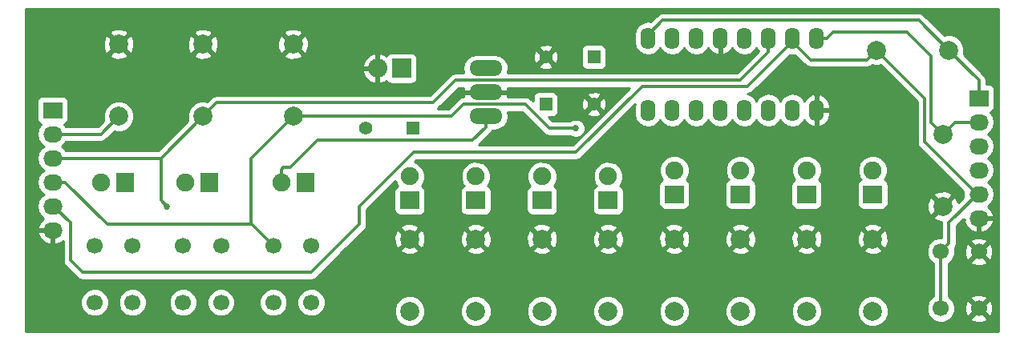
<source format=gtl>
G04 #@! TF.FileFunction,Copper,L1,Top,Signal*
%FSLAX46Y46*%
G04 Gerber Fmt 4.6, Leading zero omitted, Abs format (unit mm)*
G04 Created by KiCad (PCBNEW 4.0.3+e1-6302~38~ubuntu14.04.1-stable) date Thu Sep  8 17:11:28 2016*
%MOMM*%
%LPD*%
G01*
G04 APERTURE LIST*
%ADD10C,0.100000*%
%ADD11R,1.400000X1.400000*%
%ADD12C,1.400000*%
%ADD13R,2.000000X1.900000*%
%ADD14C,1.900000*%
%ADD15R,2.032000X1.727200*%
%ADD16O,2.032000X1.727200*%
%ADD17R,2.032000X2.032000*%
%ADD18O,2.032000X2.032000*%
%ADD19C,1.998980*%
%ADD20C,1.700000*%
%ADD21O,3.500120X1.699260*%
%ADD22O,1.600000X2.300000*%
%ADD23R,1.900000X2.000000*%
%ADD24C,0.685800*%
%ADD25C,0.330200*%
%ADD26C,0.254000*%
G04 APERTURE END LIST*
D10*
D11*
X99488000Y-94957900D03*
D12*
X94488000Y-94957900D03*
D13*
X134094228Y-101942900D03*
D14*
X134094228Y-99402900D03*
D11*
X113538000Y-92417900D03*
D12*
X113538000Y-87417900D03*
D11*
X118618000Y-87417900D03*
D12*
X118618000Y-92417900D03*
D15*
X61468000Y-93052900D03*
D16*
X61468000Y-95592900D03*
X61468000Y-98132900D03*
X61468000Y-100672900D03*
X61468000Y-103212900D03*
X61468000Y-105752900D03*
D17*
X98298000Y-88607900D03*
D18*
X95758000Y-88607900D03*
D15*
X159258000Y-91782900D03*
D16*
X159258000Y-94322900D03*
X159258000Y-96862900D03*
X159258000Y-99402900D03*
X159258000Y-101942900D03*
X159258000Y-104482900D03*
D19*
X99169228Y-114296936D03*
X99169228Y-106676936D03*
X106154228Y-114296936D03*
X106154228Y-106676936D03*
X113139228Y-114296936D03*
X113139228Y-106676936D03*
X120124228Y-114296936D03*
X120124228Y-106676936D03*
X127109228Y-114296936D03*
X127109228Y-106676936D03*
X134094228Y-114296936D03*
X134094228Y-106676936D03*
X141079228Y-114296936D03*
X141079228Y-106676936D03*
X148064228Y-114296936D03*
X148064228Y-106676936D03*
X68453000Y-93687900D03*
X68453000Y-86067900D03*
X77343000Y-93687900D03*
X77343000Y-86067900D03*
X86868000Y-93687900D03*
X86868000Y-86067900D03*
X156083000Y-86702900D03*
X148463000Y-86702900D03*
X155448000Y-95592900D03*
X155448000Y-103212900D03*
D20*
X69913000Y-107372900D03*
X69913000Y-113372900D03*
X65913000Y-107372900D03*
X65913000Y-113372900D03*
X79248000Y-107372900D03*
X79248000Y-113372900D03*
X75248000Y-107372900D03*
X75248000Y-113372900D03*
X88773000Y-107372900D03*
X88773000Y-113372900D03*
X84773000Y-107372900D03*
X84773000Y-113372900D03*
X155258000Y-114007900D03*
X155258000Y-108007900D03*
X159258000Y-114007900D03*
X159258000Y-108007900D03*
D21*
X107188000Y-91147900D03*
X107188000Y-88607900D03*
X107188000Y-93687900D03*
D22*
X124333000Y-93052900D03*
X126873000Y-93052900D03*
X129413000Y-93052900D03*
X131953000Y-93052900D03*
X134493000Y-93052900D03*
X137033000Y-93052900D03*
X139573000Y-93052900D03*
X142113000Y-93052900D03*
X142113000Y-85432900D03*
X139573000Y-85432900D03*
X137033000Y-85432900D03*
X134493000Y-85432900D03*
X131953000Y-85432900D03*
X129413000Y-85432900D03*
X126873000Y-85432900D03*
X124333000Y-85432900D03*
D13*
X148064228Y-101942900D03*
D14*
X148064228Y-99402900D03*
D13*
X141079228Y-101942900D03*
D14*
X141079228Y-99402900D03*
D13*
X127109228Y-101942900D03*
D14*
X127109228Y-99402900D03*
D13*
X120124228Y-102577900D03*
D14*
X120124228Y-100037900D03*
D13*
X113139228Y-102577900D03*
D14*
X113139228Y-100037900D03*
D13*
X106154228Y-102577900D03*
D14*
X106154228Y-100037900D03*
D13*
X99169228Y-102577900D03*
D14*
X99169228Y-100037900D03*
D23*
X88138000Y-100672900D03*
D14*
X85598000Y-100672900D03*
D23*
X77978000Y-100672900D03*
D14*
X75438000Y-100672900D03*
D23*
X69088000Y-100672900D03*
D14*
X66548000Y-100672900D03*
D24*
X73533000Y-103212900D03*
X116713000Y-94957900D03*
D25*
X154178000Y-87337900D02*
X154178000Y-94322900D01*
X154178000Y-94322900D02*
X155448000Y-95592900D01*
X151638000Y-84797900D02*
X154178000Y-87337900D01*
X143878200Y-84797900D02*
X151638000Y-84797900D01*
X142113000Y-85432900D02*
X143243200Y-85432900D01*
X143243200Y-85432900D02*
X143878200Y-84797900D01*
X159258000Y-94322900D02*
X156718000Y-94322900D01*
X156718000Y-94322900D02*
X155448000Y-95592900D01*
X61468000Y-95592900D02*
X66548000Y-95592900D01*
X66548000Y-95592900D02*
X68453000Y-93687900D01*
X107188000Y-93687900D02*
X107188000Y-94867730D01*
X107188000Y-94867730D02*
X105827830Y-96227900D01*
X105827830Y-96227900D02*
X89408000Y-96227900D01*
X89408000Y-96227900D02*
X86547999Y-99087901D01*
X85839497Y-99087901D02*
X85598000Y-99329398D01*
X86547999Y-99087901D02*
X85839497Y-99087901D01*
X85598000Y-99329398D02*
X85598000Y-100672900D01*
X159258000Y-91782900D02*
X159258000Y-89877900D01*
X159258000Y-89877900D02*
X156083000Y-86702900D01*
X152908000Y-83527900D02*
X125888000Y-83527900D01*
X125888000Y-83527900D02*
X124333000Y-85082900D01*
X124333000Y-85082900D02*
X124333000Y-85432900D01*
X156083000Y-86702900D02*
X152908000Y-83527900D01*
X77343000Y-93687900D02*
X78761591Y-92269309D01*
X78761591Y-92269309D02*
X101621591Y-92269309D01*
X101621591Y-92269309D02*
X104011740Y-89879160D01*
X104011740Y-89879160D02*
X134066940Y-89879160D01*
X134066940Y-89879160D02*
X137033000Y-86913100D01*
X137033000Y-86913100D02*
X137033000Y-85432900D01*
X72898000Y-102577900D02*
X73533000Y-103212900D01*
X72898000Y-98132900D02*
X72898000Y-102577900D01*
X61468000Y-98132900D02*
X72898000Y-98132900D01*
X72898000Y-98132900D02*
X77343000Y-93687900D01*
X113923618Y-94957900D02*
X116713000Y-94957900D01*
X86868000Y-93687900D02*
X103547382Y-93687900D01*
X103547382Y-93687900D02*
X104817382Y-92417900D01*
X104817382Y-92417900D02*
X111383618Y-92417900D01*
X111383618Y-92417900D02*
X113923618Y-94957900D01*
X82423000Y-105117900D02*
X82518000Y-105117900D01*
X82423000Y-98132900D02*
X82423000Y-105117900D01*
X86868000Y-93687900D02*
X82423000Y-98132900D01*
X67259200Y-105117900D02*
X82518000Y-105117900D01*
X82518000Y-105117900D02*
X84773000Y-107372900D01*
X61468000Y-100672900D02*
X62814200Y-100672900D01*
X62814200Y-100672900D02*
X67259200Y-105117900D01*
X139573000Y-85782900D02*
X134843000Y-90512900D01*
X61620400Y-103212900D02*
X61468000Y-103212900D01*
X134843000Y-90512900D02*
X123698000Y-90512900D01*
X123698000Y-90512900D02*
X116713000Y-97497900D01*
X64643000Y-110197900D02*
X63373000Y-108927900D01*
X116713000Y-97497900D02*
X99568000Y-97497900D01*
X99568000Y-97497900D02*
X93853000Y-103212900D01*
X63373000Y-104965500D02*
X61620400Y-103212900D01*
X93853000Y-103212900D02*
X93853000Y-105117900D01*
X93853000Y-105117900D02*
X88773000Y-110197900D01*
X88773000Y-110197900D02*
X64643000Y-110197900D01*
X63373000Y-108927900D02*
X63373000Y-104965500D01*
X155258000Y-114007900D02*
X155258000Y-112805819D01*
X155258000Y-112805819D02*
X155258000Y-108007900D01*
X155258000Y-108007900D02*
X156107999Y-107157901D01*
X159105600Y-101942900D02*
X159258000Y-101942900D01*
X156107999Y-107157901D02*
X156107999Y-104940501D01*
X156107999Y-104940501D02*
X159105600Y-101942900D01*
X139573000Y-85432900D02*
X139573000Y-85782900D01*
X139573000Y-85782900D02*
X141492489Y-87702389D01*
X141492489Y-87702389D02*
X147463511Y-87702389D01*
X147463511Y-87702389D02*
X148463000Y-86702900D01*
X153543000Y-96380300D02*
X153543000Y-91782900D01*
X153543000Y-91782900D02*
X148463000Y-86702900D01*
X159105600Y-101942900D02*
X153543000Y-96380300D01*
D26*
G36*
X161342000Y-116472900D02*
X58622000Y-116472900D01*
X58622000Y-113666989D01*
X64427743Y-113666989D01*
X64653344Y-114212986D01*
X65070717Y-114631088D01*
X65616319Y-114857642D01*
X66207089Y-114858157D01*
X66753086Y-114632556D01*
X67171188Y-114215183D01*
X67397742Y-113669581D01*
X67397744Y-113666989D01*
X68427743Y-113666989D01*
X68653344Y-114212986D01*
X69070717Y-114631088D01*
X69616319Y-114857642D01*
X70207089Y-114858157D01*
X70753086Y-114632556D01*
X71171188Y-114215183D01*
X71397742Y-113669581D01*
X71397744Y-113666989D01*
X73762743Y-113666989D01*
X73988344Y-114212986D01*
X74405717Y-114631088D01*
X74951319Y-114857642D01*
X75542089Y-114858157D01*
X76088086Y-114632556D01*
X76506188Y-114215183D01*
X76732742Y-113669581D01*
X76732744Y-113666989D01*
X77762743Y-113666989D01*
X77988344Y-114212986D01*
X78405717Y-114631088D01*
X78951319Y-114857642D01*
X79542089Y-114858157D01*
X80088086Y-114632556D01*
X80506188Y-114215183D01*
X80732742Y-113669581D01*
X80732744Y-113666989D01*
X83287743Y-113666989D01*
X83513344Y-114212986D01*
X83930717Y-114631088D01*
X84476319Y-114857642D01*
X85067089Y-114858157D01*
X85613086Y-114632556D01*
X86031188Y-114215183D01*
X86257742Y-113669581D01*
X86257744Y-113666989D01*
X87287743Y-113666989D01*
X87513344Y-114212986D01*
X87930717Y-114631088D01*
X88476319Y-114857642D01*
X89067089Y-114858157D01*
X89613086Y-114632556D01*
X89625032Y-114620630D01*
X97534454Y-114620630D01*
X97782766Y-115221591D01*
X98242155Y-115681782D01*
X98842681Y-115931142D01*
X99492922Y-115931710D01*
X100093883Y-115683398D01*
X100554074Y-115224009D01*
X100803434Y-114623483D01*
X100803436Y-114620630D01*
X104519454Y-114620630D01*
X104767766Y-115221591D01*
X105227155Y-115681782D01*
X105827681Y-115931142D01*
X106477922Y-115931710D01*
X107078883Y-115683398D01*
X107539074Y-115224009D01*
X107788434Y-114623483D01*
X107788436Y-114620630D01*
X111504454Y-114620630D01*
X111752766Y-115221591D01*
X112212155Y-115681782D01*
X112812681Y-115931142D01*
X113462922Y-115931710D01*
X114063883Y-115683398D01*
X114524074Y-115224009D01*
X114773434Y-114623483D01*
X114773436Y-114620630D01*
X118489454Y-114620630D01*
X118737766Y-115221591D01*
X119197155Y-115681782D01*
X119797681Y-115931142D01*
X120447922Y-115931710D01*
X121048883Y-115683398D01*
X121509074Y-115224009D01*
X121758434Y-114623483D01*
X121758436Y-114620630D01*
X125474454Y-114620630D01*
X125722766Y-115221591D01*
X126182155Y-115681782D01*
X126782681Y-115931142D01*
X127432922Y-115931710D01*
X128033883Y-115683398D01*
X128494074Y-115224009D01*
X128743434Y-114623483D01*
X128743436Y-114620630D01*
X132459454Y-114620630D01*
X132707766Y-115221591D01*
X133167155Y-115681782D01*
X133767681Y-115931142D01*
X134417922Y-115931710D01*
X135018883Y-115683398D01*
X135479074Y-115224009D01*
X135728434Y-114623483D01*
X135728436Y-114620630D01*
X139444454Y-114620630D01*
X139692766Y-115221591D01*
X140152155Y-115681782D01*
X140752681Y-115931142D01*
X141402922Y-115931710D01*
X142003883Y-115683398D01*
X142464074Y-115224009D01*
X142713434Y-114623483D01*
X142713436Y-114620630D01*
X146429454Y-114620630D01*
X146677766Y-115221591D01*
X147137155Y-115681782D01*
X147737681Y-115931142D01*
X148387922Y-115931710D01*
X148988883Y-115683398D01*
X149449074Y-115224009D01*
X149698434Y-114623483D01*
X149699002Y-113973242D01*
X149450690Y-113372281D01*
X148991301Y-112912090D01*
X148390775Y-112662730D01*
X147740534Y-112662162D01*
X147139573Y-112910474D01*
X146679382Y-113369863D01*
X146430022Y-113970389D01*
X146429454Y-114620630D01*
X142713436Y-114620630D01*
X142714002Y-113973242D01*
X142465690Y-113372281D01*
X142006301Y-112912090D01*
X141405775Y-112662730D01*
X140755534Y-112662162D01*
X140154573Y-112910474D01*
X139694382Y-113369863D01*
X139445022Y-113970389D01*
X139444454Y-114620630D01*
X135728436Y-114620630D01*
X135729002Y-113973242D01*
X135480690Y-113372281D01*
X135021301Y-112912090D01*
X134420775Y-112662730D01*
X133770534Y-112662162D01*
X133169573Y-112910474D01*
X132709382Y-113369863D01*
X132460022Y-113970389D01*
X132459454Y-114620630D01*
X128743436Y-114620630D01*
X128744002Y-113973242D01*
X128495690Y-113372281D01*
X128036301Y-112912090D01*
X127435775Y-112662730D01*
X126785534Y-112662162D01*
X126184573Y-112910474D01*
X125724382Y-113369863D01*
X125475022Y-113970389D01*
X125474454Y-114620630D01*
X121758436Y-114620630D01*
X121759002Y-113973242D01*
X121510690Y-113372281D01*
X121051301Y-112912090D01*
X120450775Y-112662730D01*
X119800534Y-112662162D01*
X119199573Y-112910474D01*
X118739382Y-113369863D01*
X118490022Y-113970389D01*
X118489454Y-114620630D01*
X114773436Y-114620630D01*
X114774002Y-113973242D01*
X114525690Y-113372281D01*
X114066301Y-112912090D01*
X113465775Y-112662730D01*
X112815534Y-112662162D01*
X112214573Y-112910474D01*
X111754382Y-113369863D01*
X111505022Y-113970389D01*
X111504454Y-114620630D01*
X107788436Y-114620630D01*
X107789002Y-113973242D01*
X107540690Y-113372281D01*
X107081301Y-112912090D01*
X106480775Y-112662730D01*
X105830534Y-112662162D01*
X105229573Y-112910474D01*
X104769382Y-113369863D01*
X104520022Y-113970389D01*
X104519454Y-114620630D01*
X100803436Y-114620630D01*
X100804002Y-113973242D01*
X100555690Y-113372281D01*
X100096301Y-112912090D01*
X99495775Y-112662730D01*
X98845534Y-112662162D01*
X98244573Y-112910474D01*
X97784382Y-113369863D01*
X97535022Y-113970389D01*
X97534454Y-114620630D01*
X89625032Y-114620630D01*
X90031188Y-114215183D01*
X90257742Y-113669581D01*
X90258257Y-113078811D01*
X90032656Y-112532814D01*
X89615283Y-112114712D01*
X89069681Y-111888158D01*
X88478911Y-111887643D01*
X87932914Y-112113244D01*
X87514812Y-112530617D01*
X87288258Y-113076219D01*
X87287743Y-113666989D01*
X86257744Y-113666989D01*
X86258257Y-113078811D01*
X86032656Y-112532814D01*
X85615283Y-112114712D01*
X85069681Y-111888158D01*
X84478911Y-111887643D01*
X83932914Y-112113244D01*
X83514812Y-112530617D01*
X83288258Y-113076219D01*
X83287743Y-113666989D01*
X80732744Y-113666989D01*
X80733257Y-113078811D01*
X80507656Y-112532814D01*
X80090283Y-112114712D01*
X79544681Y-111888158D01*
X78953911Y-111887643D01*
X78407914Y-112113244D01*
X77989812Y-112530617D01*
X77763258Y-113076219D01*
X77762743Y-113666989D01*
X76732744Y-113666989D01*
X76733257Y-113078811D01*
X76507656Y-112532814D01*
X76090283Y-112114712D01*
X75544681Y-111888158D01*
X74953911Y-111887643D01*
X74407914Y-112113244D01*
X73989812Y-112530617D01*
X73763258Y-113076219D01*
X73762743Y-113666989D01*
X71397744Y-113666989D01*
X71398257Y-113078811D01*
X71172656Y-112532814D01*
X70755283Y-112114712D01*
X70209681Y-111888158D01*
X69618911Y-111887643D01*
X69072914Y-112113244D01*
X68654812Y-112530617D01*
X68428258Y-113076219D01*
X68427743Y-113666989D01*
X67397744Y-113666989D01*
X67398257Y-113078811D01*
X67172656Y-112532814D01*
X66755283Y-112114712D01*
X66209681Y-111888158D01*
X65618911Y-111887643D01*
X65072914Y-112113244D01*
X64654812Y-112530617D01*
X64428258Y-113076219D01*
X64427743Y-113666989D01*
X58622000Y-113666989D01*
X58622000Y-106111926D01*
X59860642Y-106111926D01*
X59863291Y-106127691D01*
X60117268Y-106654936D01*
X60553680Y-107044854D01*
X61106087Y-107238084D01*
X61341000Y-107093824D01*
X61341000Y-105879900D01*
X59981783Y-105879900D01*
X59860642Y-106111926D01*
X58622000Y-106111926D01*
X58622000Y-95592900D01*
X59784655Y-95592900D01*
X59898729Y-96166389D01*
X60223585Y-96652570D01*
X60538366Y-96862900D01*
X60223585Y-97073230D01*
X59898729Y-97559411D01*
X59784655Y-98132900D01*
X59898729Y-98706389D01*
X60223585Y-99192570D01*
X60538366Y-99402900D01*
X60223585Y-99613230D01*
X59898729Y-100099411D01*
X59784655Y-100672900D01*
X59898729Y-101246389D01*
X60223585Y-101732570D01*
X60538366Y-101942900D01*
X60223585Y-102153230D01*
X59898729Y-102639411D01*
X59784655Y-103212900D01*
X59898729Y-103786389D01*
X60223585Y-104272570D01*
X60533069Y-104479361D01*
X60117268Y-104850864D01*
X59863291Y-105378109D01*
X59860642Y-105393874D01*
X59981783Y-105625900D01*
X61341000Y-105625900D01*
X61341000Y-105605900D01*
X61595000Y-105605900D01*
X61595000Y-105625900D01*
X61615000Y-105625900D01*
X61615000Y-105879900D01*
X61595000Y-105879900D01*
X61595000Y-107093824D01*
X61829913Y-107238084D01*
X62382320Y-107044854D01*
X62572900Y-106874578D01*
X62572900Y-108927900D01*
X62633804Y-109234085D01*
X62807244Y-109493656D01*
X64077244Y-110763656D01*
X64336815Y-110937096D01*
X64643000Y-110998000D01*
X88773000Y-110998000D01*
X89079185Y-110937096D01*
X89338756Y-110763656D01*
X92273313Y-107829099D01*
X98196671Y-107829099D01*
X98295270Y-108095901D01*
X98904810Y-108322337D01*
X99554605Y-108298277D01*
X100043186Y-108095901D01*
X100141785Y-107829099D01*
X105181671Y-107829099D01*
X105280270Y-108095901D01*
X105889810Y-108322337D01*
X106539605Y-108298277D01*
X107028186Y-108095901D01*
X107126785Y-107829099D01*
X112166671Y-107829099D01*
X112265270Y-108095901D01*
X112874810Y-108322337D01*
X113524605Y-108298277D01*
X114013186Y-108095901D01*
X114111785Y-107829099D01*
X119151671Y-107829099D01*
X119250270Y-108095901D01*
X119859810Y-108322337D01*
X120509605Y-108298277D01*
X120998186Y-108095901D01*
X121096785Y-107829099D01*
X126136671Y-107829099D01*
X126235270Y-108095901D01*
X126844810Y-108322337D01*
X127494605Y-108298277D01*
X127983186Y-108095901D01*
X128081785Y-107829099D01*
X133121671Y-107829099D01*
X133220270Y-108095901D01*
X133829810Y-108322337D01*
X134479605Y-108298277D01*
X134968186Y-108095901D01*
X135066785Y-107829099D01*
X140106671Y-107829099D01*
X140205270Y-108095901D01*
X140814810Y-108322337D01*
X141464605Y-108298277D01*
X141953186Y-108095901D01*
X142051785Y-107829099D01*
X147091671Y-107829099D01*
X147190270Y-108095901D01*
X147799810Y-108322337D01*
X148449605Y-108298277D01*
X148938186Y-108095901D01*
X149036785Y-107829099D01*
X148064228Y-106856541D01*
X147091671Y-107829099D01*
X142051785Y-107829099D01*
X141079228Y-106856541D01*
X140106671Y-107829099D01*
X135066785Y-107829099D01*
X134094228Y-106856541D01*
X133121671Y-107829099D01*
X128081785Y-107829099D01*
X127109228Y-106856541D01*
X126136671Y-107829099D01*
X121096785Y-107829099D01*
X120124228Y-106856541D01*
X119151671Y-107829099D01*
X114111785Y-107829099D01*
X113139228Y-106856541D01*
X112166671Y-107829099D01*
X107126785Y-107829099D01*
X106154228Y-106856541D01*
X105181671Y-107829099D01*
X100141785Y-107829099D01*
X99169228Y-106856541D01*
X98196671Y-107829099D01*
X92273313Y-107829099D01*
X93689894Y-106412518D01*
X97523827Y-106412518D01*
X97547887Y-107062313D01*
X97750263Y-107550894D01*
X98017065Y-107649493D01*
X98989623Y-106676936D01*
X99348833Y-106676936D01*
X100321391Y-107649493D01*
X100588193Y-107550894D01*
X100814629Y-106941354D01*
X100795048Y-106412518D01*
X104508827Y-106412518D01*
X104532887Y-107062313D01*
X104735263Y-107550894D01*
X105002065Y-107649493D01*
X105974623Y-106676936D01*
X106333833Y-106676936D01*
X107306391Y-107649493D01*
X107573193Y-107550894D01*
X107799629Y-106941354D01*
X107780048Y-106412518D01*
X111493827Y-106412518D01*
X111517887Y-107062313D01*
X111720263Y-107550894D01*
X111987065Y-107649493D01*
X112959623Y-106676936D01*
X113318833Y-106676936D01*
X114291391Y-107649493D01*
X114558193Y-107550894D01*
X114784629Y-106941354D01*
X114765048Y-106412518D01*
X118478827Y-106412518D01*
X118502887Y-107062313D01*
X118705263Y-107550894D01*
X118972065Y-107649493D01*
X119944623Y-106676936D01*
X120303833Y-106676936D01*
X121276391Y-107649493D01*
X121543193Y-107550894D01*
X121769629Y-106941354D01*
X121750048Y-106412518D01*
X125463827Y-106412518D01*
X125487887Y-107062313D01*
X125690263Y-107550894D01*
X125957065Y-107649493D01*
X126929623Y-106676936D01*
X127288833Y-106676936D01*
X128261391Y-107649493D01*
X128528193Y-107550894D01*
X128754629Y-106941354D01*
X128735048Y-106412518D01*
X132448827Y-106412518D01*
X132472887Y-107062313D01*
X132675263Y-107550894D01*
X132942065Y-107649493D01*
X133914623Y-106676936D01*
X134273833Y-106676936D01*
X135246391Y-107649493D01*
X135513193Y-107550894D01*
X135739629Y-106941354D01*
X135720048Y-106412518D01*
X139433827Y-106412518D01*
X139457887Y-107062313D01*
X139660263Y-107550894D01*
X139927065Y-107649493D01*
X140899623Y-106676936D01*
X141258833Y-106676936D01*
X142231391Y-107649493D01*
X142498193Y-107550894D01*
X142724629Y-106941354D01*
X142705048Y-106412518D01*
X146418827Y-106412518D01*
X146442887Y-107062313D01*
X146645263Y-107550894D01*
X146912065Y-107649493D01*
X147884623Y-106676936D01*
X148243833Y-106676936D01*
X149216391Y-107649493D01*
X149483193Y-107550894D01*
X149709629Y-106941354D01*
X149685569Y-106291559D01*
X149483193Y-105802978D01*
X149216391Y-105704379D01*
X148243833Y-106676936D01*
X147884623Y-106676936D01*
X146912065Y-105704379D01*
X146645263Y-105802978D01*
X146418827Y-106412518D01*
X142705048Y-106412518D01*
X142700569Y-106291559D01*
X142498193Y-105802978D01*
X142231391Y-105704379D01*
X141258833Y-106676936D01*
X140899623Y-106676936D01*
X139927065Y-105704379D01*
X139660263Y-105802978D01*
X139433827Y-106412518D01*
X135720048Y-106412518D01*
X135715569Y-106291559D01*
X135513193Y-105802978D01*
X135246391Y-105704379D01*
X134273833Y-106676936D01*
X133914623Y-106676936D01*
X132942065Y-105704379D01*
X132675263Y-105802978D01*
X132448827Y-106412518D01*
X128735048Y-106412518D01*
X128730569Y-106291559D01*
X128528193Y-105802978D01*
X128261391Y-105704379D01*
X127288833Y-106676936D01*
X126929623Y-106676936D01*
X125957065Y-105704379D01*
X125690263Y-105802978D01*
X125463827Y-106412518D01*
X121750048Y-106412518D01*
X121745569Y-106291559D01*
X121543193Y-105802978D01*
X121276391Y-105704379D01*
X120303833Y-106676936D01*
X119944623Y-106676936D01*
X118972065Y-105704379D01*
X118705263Y-105802978D01*
X118478827Y-106412518D01*
X114765048Y-106412518D01*
X114760569Y-106291559D01*
X114558193Y-105802978D01*
X114291391Y-105704379D01*
X113318833Y-106676936D01*
X112959623Y-106676936D01*
X111987065Y-105704379D01*
X111720263Y-105802978D01*
X111493827Y-106412518D01*
X107780048Y-106412518D01*
X107775569Y-106291559D01*
X107573193Y-105802978D01*
X107306391Y-105704379D01*
X106333833Y-106676936D01*
X105974623Y-106676936D01*
X105002065Y-105704379D01*
X104735263Y-105802978D01*
X104508827Y-106412518D01*
X100795048Y-106412518D01*
X100790569Y-106291559D01*
X100588193Y-105802978D01*
X100321391Y-105704379D01*
X99348833Y-106676936D01*
X98989623Y-106676936D01*
X98017065Y-105704379D01*
X97750263Y-105802978D01*
X97523827Y-106412518D01*
X93689894Y-106412518D01*
X94418756Y-105683656D01*
X94524918Y-105524773D01*
X98196671Y-105524773D01*
X99169228Y-106497331D01*
X100141785Y-105524773D01*
X105181671Y-105524773D01*
X106154228Y-106497331D01*
X107126785Y-105524773D01*
X112166671Y-105524773D01*
X113139228Y-106497331D01*
X114111785Y-105524773D01*
X119151671Y-105524773D01*
X120124228Y-106497331D01*
X121096785Y-105524773D01*
X126136671Y-105524773D01*
X127109228Y-106497331D01*
X128081785Y-105524773D01*
X133121671Y-105524773D01*
X134094228Y-106497331D01*
X135066785Y-105524773D01*
X140106671Y-105524773D01*
X141079228Y-106497331D01*
X142051785Y-105524773D01*
X147091671Y-105524773D01*
X148064228Y-106497331D01*
X149036785Y-105524773D01*
X148938186Y-105257971D01*
X148328646Y-105031535D01*
X147678851Y-105055595D01*
X147190270Y-105257971D01*
X147091671Y-105524773D01*
X142051785Y-105524773D01*
X141953186Y-105257971D01*
X141343646Y-105031535D01*
X140693851Y-105055595D01*
X140205270Y-105257971D01*
X140106671Y-105524773D01*
X135066785Y-105524773D01*
X134968186Y-105257971D01*
X134358646Y-105031535D01*
X133708851Y-105055595D01*
X133220270Y-105257971D01*
X133121671Y-105524773D01*
X128081785Y-105524773D01*
X127983186Y-105257971D01*
X127373646Y-105031535D01*
X126723851Y-105055595D01*
X126235270Y-105257971D01*
X126136671Y-105524773D01*
X121096785Y-105524773D01*
X120998186Y-105257971D01*
X120388646Y-105031535D01*
X119738851Y-105055595D01*
X119250270Y-105257971D01*
X119151671Y-105524773D01*
X114111785Y-105524773D01*
X114013186Y-105257971D01*
X113403646Y-105031535D01*
X112753851Y-105055595D01*
X112265270Y-105257971D01*
X112166671Y-105524773D01*
X107126785Y-105524773D01*
X107028186Y-105257971D01*
X106418646Y-105031535D01*
X105768851Y-105055595D01*
X105280270Y-105257971D01*
X105181671Y-105524773D01*
X100141785Y-105524773D01*
X100043186Y-105257971D01*
X99433646Y-105031535D01*
X98783851Y-105055595D01*
X98295270Y-105257971D01*
X98196671Y-105524773D01*
X94524918Y-105524773D01*
X94592196Y-105424085D01*
X94653100Y-105117900D01*
X94653100Y-103544312D01*
X97660460Y-100536952D01*
X97824747Y-100934557D01*
X97922257Y-101032237D01*
X97717787Y-101163810D01*
X97572797Y-101376010D01*
X97521788Y-101627900D01*
X97521788Y-103527900D01*
X97566066Y-103763217D01*
X97705138Y-103979341D01*
X97917338Y-104124331D01*
X98169228Y-104175340D01*
X100169228Y-104175340D01*
X100404545Y-104131062D01*
X100620669Y-103991990D01*
X100765659Y-103779790D01*
X100816668Y-103527900D01*
X100816668Y-101627900D01*
X104506788Y-101627900D01*
X104506788Y-103527900D01*
X104551066Y-103763217D01*
X104690138Y-103979341D01*
X104902338Y-104124331D01*
X105154228Y-104175340D01*
X107154228Y-104175340D01*
X107389545Y-104131062D01*
X107605669Y-103991990D01*
X107750659Y-103779790D01*
X107801668Y-103527900D01*
X107801668Y-101627900D01*
X111491788Y-101627900D01*
X111491788Y-103527900D01*
X111536066Y-103763217D01*
X111675138Y-103979341D01*
X111887338Y-104124331D01*
X112139228Y-104175340D01*
X114139228Y-104175340D01*
X114374545Y-104131062D01*
X114590669Y-103991990D01*
X114735659Y-103779790D01*
X114786668Y-103527900D01*
X114786668Y-101627900D01*
X118476788Y-101627900D01*
X118476788Y-103527900D01*
X118521066Y-103763217D01*
X118660138Y-103979341D01*
X118872338Y-104124331D01*
X119124228Y-104175340D01*
X121124228Y-104175340D01*
X121359545Y-104131062D01*
X121575669Y-103991990D01*
X121720659Y-103779790D01*
X121771668Y-103527900D01*
X121771668Y-101627900D01*
X121727390Y-101392583D01*
X121588318Y-101176459D01*
X121376118Y-101031469D01*
X121373036Y-101030845D01*
X121411047Y-100992900D01*
X125461788Y-100992900D01*
X125461788Y-102892900D01*
X125506066Y-103128217D01*
X125645138Y-103344341D01*
X125857338Y-103489331D01*
X126109228Y-103540340D01*
X128109228Y-103540340D01*
X128344545Y-103496062D01*
X128560669Y-103356990D01*
X128705659Y-103144790D01*
X128756668Y-102892900D01*
X128756668Y-100992900D01*
X132446788Y-100992900D01*
X132446788Y-102892900D01*
X132491066Y-103128217D01*
X132630138Y-103344341D01*
X132842338Y-103489331D01*
X133094228Y-103540340D01*
X135094228Y-103540340D01*
X135329545Y-103496062D01*
X135545669Y-103356990D01*
X135690659Y-103144790D01*
X135741668Y-102892900D01*
X135741668Y-100992900D01*
X139431788Y-100992900D01*
X139431788Y-102892900D01*
X139476066Y-103128217D01*
X139615138Y-103344341D01*
X139827338Y-103489331D01*
X140079228Y-103540340D01*
X142079228Y-103540340D01*
X142314545Y-103496062D01*
X142530669Y-103356990D01*
X142675659Y-103144790D01*
X142726668Y-102892900D01*
X142726668Y-100992900D01*
X146416788Y-100992900D01*
X146416788Y-102892900D01*
X146461066Y-103128217D01*
X146600138Y-103344341D01*
X146812338Y-103489331D01*
X147064228Y-103540340D01*
X149064228Y-103540340D01*
X149299545Y-103496062D01*
X149515669Y-103356990D01*
X149660659Y-103144790D01*
X149700412Y-102948482D01*
X153802599Y-102948482D01*
X153826659Y-103598277D01*
X154029035Y-104086858D01*
X154295837Y-104185457D01*
X155268395Y-103212900D01*
X154295837Y-102240343D01*
X154029035Y-102338942D01*
X153802599Y-102948482D01*
X149700412Y-102948482D01*
X149711668Y-102892900D01*
X149711668Y-102060737D01*
X154475443Y-102060737D01*
X155448000Y-103033295D01*
X156420557Y-102060737D01*
X156321958Y-101793935D01*
X155712418Y-101567499D01*
X155062623Y-101591559D01*
X154574042Y-101793935D01*
X154475443Y-102060737D01*
X149711668Y-102060737D01*
X149711668Y-100992900D01*
X149667390Y-100757583D01*
X149528318Y-100541459D01*
X149316118Y-100396469D01*
X149313036Y-100395845D01*
X149407142Y-100301903D01*
X149648952Y-99719559D01*
X149649503Y-99089007D01*
X149408709Y-98506243D01*
X148963231Y-98059986D01*
X148380887Y-97818176D01*
X147750335Y-97817625D01*
X147167571Y-98058419D01*
X146721314Y-98503897D01*
X146479504Y-99086241D01*
X146478953Y-99716793D01*
X146719747Y-100299557D01*
X146817257Y-100397237D01*
X146612787Y-100528810D01*
X146467797Y-100741010D01*
X146416788Y-100992900D01*
X142726668Y-100992900D01*
X142682390Y-100757583D01*
X142543318Y-100541459D01*
X142331118Y-100396469D01*
X142328036Y-100395845D01*
X142422142Y-100301903D01*
X142663952Y-99719559D01*
X142664503Y-99089007D01*
X142423709Y-98506243D01*
X141978231Y-98059986D01*
X141395887Y-97818176D01*
X140765335Y-97817625D01*
X140182571Y-98058419D01*
X139736314Y-98503897D01*
X139494504Y-99086241D01*
X139493953Y-99716793D01*
X139734747Y-100299557D01*
X139832257Y-100397237D01*
X139627787Y-100528810D01*
X139482797Y-100741010D01*
X139431788Y-100992900D01*
X135741668Y-100992900D01*
X135697390Y-100757583D01*
X135558318Y-100541459D01*
X135346118Y-100396469D01*
X135343036Y-100395845D01*
X135437142Y-100301903D01*
X135678952Y-99719559D01*
X135679503Y-99089007D01*
X135438709Y-98506243D01*
X134993231Y-98059986D01*
X134410887Y-97818176D01*
X133780335Y-97817625D01*
X133197571Y-98058419D01*
X132751314Y-98503897D01*
X132509504Y-99086241D01*
X132508953Y-99716793D01*
X132749747Y-100299557D01*
X132847257Y-100397237D01*
X132642787Y-100528810D01*
X132497797Y-100741010D01*
X132446788Y-100992900D01*
X128756668Y-100992900D01*
X128712390Y-100757583D01*
X128573318Y-100541459D01*
X128361118Y-100396469D01*
X128358036Y-100395845D01*
X128452142Y-100301903D01*
X128693952Y-99719559D01*
X128694503Y-99089007D01*
X128453709Y-98506243D01*
X128008231Y-98059986D01*
X127425887Y-97818176D01*
X126795335Y-97817625D01*
X126212571Y-98058419D01*
X125766314Y-98503897D01*
X125524504Y-99086241D01*
X125523953Y-99716793D01*
X125764747Y-100299557D01*
X125862257Y-100397237D01*
X125657787Y-100528810D01*
X125512797Y-100741010D01*
X125461788Y-100992900D01*
X121411047Y-100992900D01*
X121467142Y-100936903D01*
X121708952Y-100354559D01*
X121709503Y-99724007D01*
X121468709Y-99141243D01*
X121023231Y-98694986D01*
X120440887Y-98453176D01*
X119810335Y-98452625D01*
X119227571Y-98693419D01*
X118781314Y-99138897D01*
X118539504Y-99721241D01*
X118538953Y-100351793D01*
X118779747Y-100934557D01*
X118877257Y-101032237D01*
X118672787Y-101163810D01*
X118527797Y-101376010D01*
X118476788Y-101627900D01*
X114786668Y-101627900D01*
X114742390Y-101392583D01*
X114603318Y-101176459D01*
X114391118Y-101031469D01*
X114388036Y-101030845D01*
X114482142Y-100936903D01*
X114723952Y-100354559D01*
X114724503Y-99724007D01*
X114483709Y-99141243D01*
X114038231Y-98694986D01*
X113455887Y-98453176D01*
X112825335Y-98452625D01*
X112242571Y-98693419D01*
X111796314Y-99138897D01*
X111554504Y-99721241D01*
X111553953Y-100351793D01*
X111794747Y-100934557D01*
X111892257Y-101032237D01*
X111687787Y-101163810D01*
X111542797Y-101376010D01*
X111491788Y-101627900D01*
X107801668Y-101627900D01*
X107757390Y-101392583D01*
X107618318Y-101176459D01*
X107406118Y-101031469D01*
X107403036Y-101030845D01*
X107497142Y-100936903D01*
X107738952Y-100354559D01*
X107739503Y-99724007D01*
X107498709Y-99141243D01*
X107053231Y-98694986D01*
X106470887Y-98453176D01*
X105840335Y-98452625D01*
X105257571Y-98693419D01*
X104811314Y-99138897D01*
X104569504Y-99721241D01*
X104568953Y-100351793D01*
X104809747Y-100934557D01*
X104907257Y-101032237D01*
X104702787Y-101163810D01*
X104557797Y-101376010D01*
X104506788Y-101627900D01*
X100816668Y-101627900D01*
X100772390Y-101392583D01*
X100633318Y-101176459D01*
X100421118Y-101031469D01*
X100418036Y-101030845D01*
X100512142Y-100936903D01*
X100753952Y-100354559D01*
X100754503Y-99724007D01*
X100513709Y-99141243D01*
X100068231Y-98694986D01*
X99668435Y-98528977D01*
X99899412Y-98298000D01*
X116713000Y-98298000D01*
X117019185Y-98237096D01*
X117278756Y-98063656D01*
X122953500Y-92388912D01*
X122898000Y-92667930D01*
X122898000Y-93437870D01*
X123007233Y-93987021D01*
X123318302Y-94452568D01*
X123783849Y-94763637D01*
X124333000Y-94872870D01*
X124882151Y-94763637D01*
X125347698Y-94452568D01*
X125603000Y-94070482D01*
X125858302Y-94452568D01*
X126323849Y-94763637D01*
X126873000Y-94872870D01*
X127422151Y-94763637D01*
X127887698Y-94452568D01*
X128143000Y-94070482D01*
X128398302Y-94452568D01*
X128863849Y-94763637D01*
X129413000Y-94872870D01*
X129962151Y-94763637D01*
X130427698Y-94452568D01*
X130683000Y-94070482D01*
X130938302Y-94452568D01*
X131403849Y-94763637D01*
X131953000Y-94872870D01*
X132502151Y-94763637D01*
X132967698Y-94452568D01*
X133223000Y-94070482D01*
X133478302Y-94452568D01*
X133943849Y-94763637D01*
X134493000Y-94872870D01*
X135042151Y-94763637D01*
X135507698Y-94452568D01*
X135763000Y-94070482D01*
X136018302Y-94452568D01*
X136483849Y-94763637D01*
X137033000Y-94872870D01*
X137582151Y-94763637D01*
X138047698Y-94452568D01*
X138303000Y-94070482D01*
X138558302Y-94452568D01*
X139023849Y-94763637D01*
X139573000Y-94872870D01*
X140122151Y-94763637D01*
X140587698Y-94452568D01*
X140840149Y-94074749D01*
X141188104Y-94507400D01*
X141681181Y-94777267D01*
X141763961Y-94794804D01*
X141986000Y-94672815D01*
X141986000Y-93179900D01*
X142240000Y-93179900D01*
X142240000Y-94672815D01*
X142462039Y-94794804D01*
X142544819Y-94777267D01*
X143037896Y-94507400D01*
X143390166Y-94069383D01*
X143548000Y-93529900D01*
X143548000Y-93179900D01*
X142240000Y-93179900D01*
X141986000Y-93179900D01*
X141966000Y-93179900D01*
X141966000Y-92925900D01*
X141986000Y-92925900D01*
X141986000Y-91432985D01*
X142240000Y-91432985D01*
X142240000Y-92925900D01*
X143548000Y-92925900D01*
X143548000Y-92575900D01*
X143390166Y-92036417D01*
X143037896Y-91598400D01*
X142544819Y-91328533D01*
X142462039Y-91310996D01*
X142240000Y-91432985D01*
X141986000Y-91432985D01*
X141763961Y-91310996D01*
X141681181Y-91328533D01*
X141188104Y-91598400D01*
X140840149Y-92031051D01*
X140587698Y-91653232D01*
X140122151Y-91342163D01*
X139573000Y-91232930D01*
X139023849Y-91342163D01*
X138558302Y-91653232D01*
X138303000Y-92035318D01*
X138047698Y-91653232D01*
X137582151Y-91342163D01*
X137033000Y-91232930D01*
X136483849Y-91342163D01*
X136018302Y-91653232D01*
X135763000Y-92035318D01*
X135507698Y-91653232D01*
X135042151Y-91342163D01*
X134869269Y-91307775D01*
X135149185Y-91252096D01*
X135408756Y-91078656D01*
X139290696Y-87196716D01*
X139573000Y-87252870D01*
X139855304Y-87196716D01*
X140926733Y-88268145D01*
X141186304Y-88441585D01*
X141492489Y-88502489D01*
X147463511Y-88502489D01*
X147769696Y-88441585D01*
X148006696Y-88283226D01*
X148136453Y-88337106D01*
X148786694Y-88337674D01*
X148913760Y-88285172D01*
X152742900Y-92114312D01*
X152742900Y-96380300D01*
X152803804Y-96686485D01*
X152977244Y-96946056D01*
X157640925Y-101609737D01*
X157574655Y-101942900D01*
X157640925Y-102276063D01*
X157070060Y-102846928D01*
X157069341Y-102827523D01*
X156866965Y-102338942D01*
X156600163Y-102240343D01*
X155627605Y-103212900D01*
X155641748Y-103227042D01*
X155462142Y-103406648D01*
X155448000Y-103392505D01*
X154475443Y-104365063D01*
X154574042Y-104631865D01*
X155183582Y-104858301D01*
X155325293Y-104853054D01*
X155307899Y-104940501D01*
X155307899Y-106522943D01*
X154963911Y-106522643D01*
X154417914Y-106748244D01*
X153999812Y-107165617D01*
X153773258Y-107711219D01*
X153772743Y-108301989D01*
X153998344Y-108847986D01*
X154415717Y-109266088D01*
X154457900Y-109283604D01*
X154457900Y-112731722D01*
X154417914Y-112748244D01*
X153999812Y-113165617D01*
X153773258Y-113711219D01*
X153772743Y-114301989D01*
X153998344Y-114847986D01*
X154415717Y-115266088D01*
X154961319Y-115492642D01*
X155552089Y-115493157D01*
X156098086Y-115267556D01*
X156314160Y-115051858D01*
X158393647Y-115051858D01*
X158473920Y-115303159D01*
X159029279Y-115504618D01*
X159619458Y-115478215D01*
X160042080Y-115303159D01*
X160122353Y-115051858D01*
X159258000Y-114187505D01*
X158393647Y-115051858D01*
X156314160Y-115051858D01*
X156516188Y-114850183D01*
X156742742Y-114304581D01*
X156743200Y-113779179D01*
X157761282Y-113779179D01*
X157787685Y-114369358D01*
X157962741Y-114791980D01*
X158214042Y-114872253D01*
X159078395Y-114007900D01*
X159437605Y-114007900D01*
X160301958Y-114872253D01*
X160553259Y-114791980D01*
X160754718Y-114236621D01*
X160728315Y-113646442D01*
X160553259Y-113223820D01*
X160301958Y-113143547D01*
X159437605Y-114007900D01*
X159078395Y-114007900D01*
X158214042Y-113143547D01*
X157962741Y-113223820D01*
X157761282Y-113779179D01*
X156743200Y-113779179D01*
X156743257Y-113713811D01*
X156517656Y-113167814D01*
X156314140Y-112963942D01*
X158393647Y-112963942D01*
X159258000Y-113828295D01*
X160122353Y-112963942D01*
X160042080Y-112712641D01*
X159486721Y-112511182D01*
X158896542Y-112537585D01*
X158473920Y-112712641D01*
X158393647Y-112963942D01*
X156314140Y-112963942D01*
X156100283Y-112749712D01*
X156058100Y-112732196D01*
X156058100Y-109284078D01*
X156098086Y-109267556D01*
X156314160Y-109051858D01*
X158393647Y-109051858D01*
X158473920Y-109303159D01*
X159029279Y-109504618D01*
X159619458Y-109478215D01*
X160042080Y-109303159D01*
X160122353Y-109051858D01*
X159258000Y-108187505D01*
X158393647Y-109051858D01*
X156314160Y-109051858D01*
X156516188Y-108850183D01*
X156742742Y-108304581D01*
X156743200Y-107779179D01*
X157761282Y-107779179D01*
X157787685Y-108369358D01*
X157962741Y-108791980D01*
X158214042Y-108872253D01*
X159078395Y-108007900D01*
X159437605Y-108007900D01*
X160301958Y-108872253D01*
X160553259Y-108791980D01*
X160754718Y-108236621D01*
X160728315Y-107646442D01*
X160553259Y-107223820D01*
X160301958Y-107143547D01*
X159437605Y-108007900D01*
X159078395Y-108007900D01*
X158214042Y-107143547D01*
X157962741Y-107223820D01*
X157761282Y-107779179D01*
X156743200Y-107779179D01*
X156743257Y-107713811D01*
X156719214Y-107655623D01*
X156847195Y-107464086D01*
X156908099Y-107157901D01*
X156908099Y-106963942D01*
X158393647Y-106963942D01*
X159258000Y-107828295D01*
X160122353Y-106963942D01*
X160042080Y-106712641D01*
X159486721Y-106511182D01*
X158896542Y-106537585D01*
X158473920Y-106712641D01*
X158393647Y-106963942D01*
X156908099Y-106963942D01*
X156908099Y-105271913D01*
X157607000Y-104573012D01*
X157607000Y-104609902D01*
X157771782Y-104609902D01*
X157650642Y-104841926D01*
X157653291Y-104857691D01*
X157907268Y-105384936D01*
X158343680Y-105774854D01*
X158896087Y-105968084D01*
X159131000Y-105823824D01*
X159131000Y-104609900D01*
X159385000Y-104609900D01*
X159385000Y-105823824D01*
X159619913Y-105968084D01*
X160172320Y-105774854D01*
X160608732Y-105384936D01*
X160862709Y-104857691D01*
X160865358Y-104841926D01*
X160744217Y-104609900D01*
X159385000Y-104609900D01*
X159131000Y-104609900D01*
X159111000Y-104609900D01*
X159111000Y-104355900D01*
X159131000Y-104355900D01*
X159131000Y-104335900D01*
X159385000Y-104335900D01*
X159385000Y-104355900D01*
X160744217Y-104355900D01*
X160865358Y-104123874D01*
X160862709Y-104108109D01*
X160608732Y-103580864D01*
X160192931Y-103209361D01*
X160502415Y-103002570D01*
X160827271Y-102516389D01*
X160941345Y-101942900D01*
X160827271Y-101369411D01*
X160502415Y-100883230D01*
X160187634Y-100672900D01*
X160502415Y-100462570D01*
X160827271Y-99976389D01*
X160941345Y-99402900D01*
X160827271Y-98829411D01*
X160502415Y-98343230D01*
X160187634Y-98132900D01*
X160502415Y-97922570D01*
X160827271Y-97436389D01*
X160941345Y-96862900D01*
X160827271Y-96289411D01*
X160502415Y-95803230D01*
X160187634Y-95592900D01*
X160502415Y-95382570D01*
X160827271Y-94896389D01*
X160941345Y-94322900D01*
X160827271Y-93749411D01*
X160502415Y-93263230D01*
X160488087Y-93253657D01*
X160509317Y-93249662D01*
X160725441Y-93110590D01*
X160870431Y-92898390D01*
X160921440Y-92646500D01*
X160921440Y-90919300D01*
X160877162Y-90683983D01*
X160738090Y-90467859D01*
X160525890Y-90322869D01*
X160274000Y-90271860D01*
X160058100Y-90271860D01*
X160058100Y-89877900D01*
X159997196Y-89571715D01*
X159823756Y-89312144D01*
X157665524Y-87153912D01*
X157717206Y-87029447D01*
X157717774Y-86379206D01*
X157469462Y-85778245D01*
X157010073Y-85318054D01*
X156409547Y-85068694D01*
X155759306Y-85068126D01*
X155632240Y-85120628D01*
X153473756Y-82962144D01*
X153214185Y-82788704D01*
X152908000Y-82727800D01*
X125888000Y-82727800D01*
X125581815Y-82788704D01*
X125322244Y-82962144D01*
X124615304Y-83669084D01*
X124333000Y-83612930D01*
X123783849Y-83722163D01*
X123318302Y-84033232D01*
X123007233Y-84498779D01*
X122898000Y-85047930D01*
X122898000Y-85817870D01*
X123007233Y-86367021D01*
X123318302Y-86832568D01*
X123783849Y-87143637D01*
X124333000Y-87252870D01*
X124882151Y-87143637D01*
X125347698Y-86832568D01*
X125603000Y-86450482D01*
X125858302Y-86832568D01*
X126323849Y-87143637D01*
X126873000Y-87252870D01*
X127422151Y-87143637D01*
X127887698Y-86832568D01*
X128143000Y-86450482D01*
X128398302Y-86832568D01*
X128863849Y-87143637D01*
X129413000Y-87252870D01*
X129962151Y-87143637D01*
X130427698Y-86832568D01*
X130680149Y-86454749D01*
X131028104Y-86887400D01*
X131521181Y-87157267D01*
X131603961Y-87174804D01*
X131826000Y-87052815D01*
X131826000Y-85559900D01*
X131806000Y-85559900D01*
X131806000Y-85305900D01*
X131826000Y-85305900D01*
X131826000Y-85285900D01*
X132080000Y-85285900D01*
X132080000Y-85305900D01*
X132100000Y-85305900D01*
X132100000Y-85559900D01*
X132080000Y-85559900D01*
X132080000Y-87052815D01*
X132302039Y-87174804D01*
X132384819Y-87157267D01*
X132877896Y-86887400D01*
X133225851Y-86454749D01*
X133478302Y-86832568D01*
X133943849Y-87143637D01*
X134493000Y-87252870D01*
X135042151Y-87143637D01*
X135507698Y-86832568D01*
X135763000Y-86450482D01*
X136003769Y-86810819D01*
X133735528Y-89079060D01*
X109526066Y-89079060D01*
X109619786Y-88607900D01*
X109569118Y-88353175D01*
X112782331Y-88353175D01*
X112844169Y-88588942D01*
X113345122Y-88765319D01*
X113875440Y-88736564D01*
X114231831Y-88588942D01*
X114293669Y-88353175D01*
X113538000Y-87597505D01*
X112782331Y-88353175D01*
X109569118Y-88353175D01*
X109506775Y-88039757D01*
X109184948Y-87558108D01*
X108703299Y-87236281D01*
X108646697Y-87225022D01*
X112190581Y-87225022D01*
X112219336Y-87755340D01*
X112366958Y-88111731D01*
X112602725Y-88173569D01*
X113358395Y-87417900D01*
X113717605Y-87417900D01*
X114473275Y-88173569D01*
X114709042Y-88111731D01*
X114885419Y-87610778D01*
X114856664Y-87080460D01*
X114709042Y-86724069D01*
X114685522Y-86717900D01*
X117270560Y-86717900D01*
X117270560Y-88117900D01*
X117314838Y-88353217D01*
X117453910Y-88569341D01*
X117666110Y-88714331D01*
X117918000Y-88765340D01*
X119318000Y-88765340D01*
X119553317Y-88721062D01*
X119769441Y-88581990D01*
X119914431Y-88369790D01*
X119965440Y-88117900D01*
X119965440Y-86717900D01*
X119921162Y-86482583D01*
X119782090Y-86266459D01*
X119569890Y-86121469D01*
X119318000Y-86070460D01*
X117918000Y-86070460D01*
X117682683Y-86114738D01*
X117466559Y-86253810D01*
X117321569Y-86466010D01*
X117270560Y-86717900D01*
X114685522Y-86717900D01*
X114473275Y-86662231D01*
X113717605Y-87417900D01*
X113358395Y-87417900D01*
X112602725Y-86662231D01*
X112366958Y-86724069D01*
X112190581Y-87225022D01*
X108646697Y-87225022D01*
X108135156Y-87123270D01*
X106240844Y-87123270D01*
X105672701Y-87236281D01*
X105191052Y-87558108D01*
X104869225Y-88039757D01*
X104756214Y-88607900D01*
X104849934Y-89079060D01*
X104011740Y-89079060D01*
X103705555Y-89139964D01*
X103445984Y-89313404D01*
X101290179Y-91469209D01*
X78761591Y-91469209D01*
X78455406Y-91530113D01*
X78195835Y-91703553D01*
X77794012Y-92105376D01*
X77669547Y-92053694D01*
X77019306Y-92053126D01*
X76418345Y-92301438D01*
X75958154Y-92760827D01*
X75708794Y-93361353D01*
X75708226Y-94011594D01*
X75760728Y-94138660D01*
X72566588Y-97332800D01*
X62885854Y-97332800D01*
X62712415Y-97073230D01*
X62397634Y-96862900D01*
X62712415Y-96652570D01*
X62885854Y-96393000D01*
X66548000Y-96393000D01*
X66854185Y-96332096D01*
X67113756Y-96158656D01*
X68001988Y-95270424D01*
X68126453Y-95322106D01*
X68776694Y-95322674D01*
X69377655Y-95074362D01*
X69837846Y-94614973D01*
X70087206Y-94014447D01*
X70087774Y-93364206D01*
X69839462Y-92763245D01*
X69380073Y-92303054D01*
X68779547Y-92053694D01*
X68129306Y-92053126D01*
X67528345Y-92301438D01*
X67068154Y-92760827D01*
X66818794Y-93361353D01*
X66818226Y-94011594D01*
X66870728Y-94138660D01*
X66216588Y-94792800D01*
X62885854Y-94792800D01*
X62712415Y-94533230D01*
X62698087Y-94523657D01*
X62719317Y-94519662D01*
X62935441Y-94380590D01*
X63080431Y-94168390D01*
X63131440Y-93916500D01*
X63131440Y-92189300D01*
X63087162Y-91953983D01*
X62948090Y-91737859D01*
X62735890Y-91592869D01*
X62484000Y-91541860D01*
X60452000Y-91541860D01*
X60216683Y-91586138D01*
X60000559Y-91725210D01*
X59855569Y-91937410D01*
X59804560Y-92189300D01*
X59804560Y-93916500D01*
X59848838Y-94151817D01*
X59987910Y-94367941D01*
X60200110Y-94512931D01*
X60241439Y-94521300D01*
X60223585Y-94533230D01*
X59898729Y-95019411D01*
X59784655Y-95592900D01*
X58622000Y-95592900D01*
X58622000Y-88990846D01*
X94152017Y-88990846D01*
X94420812Y-89576279D01*
X94893182Y-90014285D01*
X95375056Y-90213875D01*
X95631000Y-90094736D01*
X95631000Y-88734900D01*
X94270633Y-88734900D01*
X94152017Y-88990846D01*
X58622000Y-88990846D01*
X58622000Y-88224954D01*
X94152017Y-88224954D01*
X94270633Y-88480900D01*
X95631000Y-88480900D01*
X95631000Y-87121064D01*
X95885000Y-87121064D01*
X95885000Y-88480900D01*
X95905000Y-88480900D01*
X95905000Y-88734900D01*
X95885000Y-88734900D01*
X95885000Y-90094736D01*
X96140944Y-90213875D01*
X96622818Y-90014285D01*
X96720398Y-89923803D01*
X96817910Y-90075341D01*
X97030110Y-90220331D01*
X97282000Y-90271340D01*
X99314000Y-90271340D01*
X99549317Y-90227062D01*
X99765441Y-90087990D01*
X99910431Y-89875790D01*
X99961440Y-89623900D01*
X99961440Y-87591900D01*
X99917162Y-87356583D01*
X99778090Y-87140459D01*
X99565890Y-86995469D01*
X99314000Y-86944460D01*
X97282000Y-86944460D01*
X97046683Y-86988738D01*
X96830559Y-87127810D01*
X96719160Y-87290848D01*
X96622818Y-87201515D01*
X96140944Y-87001925D01*
X95885000Y-87121064D01*
X95631000Y-87121064D01*
X95375056Y-87001925D01*
X94893182Y-87201515D01*
X94420812Y-87639521D01*
X94152017Y-88224954D01*
X58622000Y-88224954D01*
X58622000Y-87220063D01*
X67480443Y-87220063D01*
X67579042Y-87486865D01*
X68188582Y-87713301D01*
X68838377Y-87689241D01*
X69326958Y-87486865D01*
X69425557Y-87220063D01*
X76370443Y-87220063D01*
X76469042Y-87486865D01*
X77078582Y-87713301D01*
X77728377Y-87689241D01*
X78216958Y-87486865D01*
X78315557Y-87220063D01*
X85895443Y-87220063D01*
X85994042Y-87486865D01*
X86603582Y-87713301D01*
X87253377Y-87689241D01*
X87741958Y-87486865D01*
X87840557Y-87220063D01*
X86868000Y-86247505D01*
X85895443Y-87220063D01*
X78315557Y-87220063D01*
X77343000Y-86247505D01*
X76370443Y-87220063D01*
X69425557Y-87220063D01*
X68453000Y-86247505D01*
X67480443Y-87220063D01*
X58622000Y-87220063D01*
X58622000Y-85803482D01*
X66807599Y-85803482D01*
X66831659Y-86453277D01*
X67034035Y-86941858D01*
X67300837Y-87040457D01*
X68273395Y-86067900D01*
X68632605Y-86067900D01*
X69605163Y-87040457D01*
X69871965Y-86941858D01*
X70098401Y-86332318D01*
X70078820Y-85803482D01*
X75697599Y-85803482D01*
X75721659Y-86453277D01*
X75924035Y-86941858D01*
X76190837Y-87040457D01*
X77163395Y-86067900D01*
X77522605Y-86067900D01*
X78495163Y-87040457D01*
X78761965Y-86941858D01*
X78988401Y-86332318D01*
X78968820Y-85803482D01*
X85222599Y-85803482D01*
X85246659Y-86453277D01*
X85449035Y-86941858D01*
X85715837Y-87040457D01*
X86688395Y-86067900D01*
X87047605Y-86067900D01*
X88020163Y-87040457D01*
X88286965Y-86941858D01*
X88457563Y-86482625D01*
X112782331Y-86482625D01*
X113538000Y-87238295D01*
X114293669Y-86482625D01*
X114231831Y-86246858D01*
X113730878Y-86070481D01*
X113200560Y-86099236D01*
X112844169Y-86246858D01*
X112782331Y-86482625D01*
X88457563Y-86482625D01*
X88513401Y-86332318D01*
X88489341Y-85682523D01*
X88286965Y-85193942D01*
X88020163Y-85095343D01*
X87047605Y-86067900D01*
X86688395Y-86067900D01*
X85715837Y-85095343D01*
X85449035Y-85193942D01*
X85222599Y-85803482D01*
X78968820Y-85803482D01*
X78964341Y-85682523D01*
X78761965Y-85193942D01*
X78495163Y-85095343D01*
X77522605Y-86067900D01*
X77163395Y-86067900D01*
X76190837Y-85095343D01*
X75924035Y-85193942D01*
X75697599Y-85803482D01*
X70078820Y-85803482D01*
X70074341Y-85682523D01*
X69871965Y-85193942D01*
X69605163Y-85095343D01*
X68632605Y-86067900D01*
X68273395Y-86067900D01*
X67300837Y-85095343D01*
X67034035Y-85193942D01*
X66807599Y-85803482D01*
X58622000Y-85803482D01*
X58622000Y-84915737D01*
X67480443Y-84915737D01*
X68453000Y-85888295D01*
X69425557Y-84915737D01*
X76370443Y-84915737D01*
X77343000Y-85888295D01*
X78315557Y-84915737D01*
X85895443Y-84915737D01*
X86868000Y-85888295D01*
X87840557Y-84915737D01*
X87741958Y-84648935D01*
X87132418Y-84422499D01*
X86482623Y-84446559D01*
X85994042Y-84648935D01*
X85895443Y-84915737D01*
X78315557Y-84915737D01*
X78216958Y-84648935D01*
X77607418Y-84422499D01*
X76957623Y-84446559D01*
X76469042Y-84648935D01*
X76370443Y-84915737D01*
X69425557Y-84915737D01*
X69326958Y-84648935D01*
X68717418Y-84422499D01*
X68067623Y-84446559D01*
X67579042Y-84648935D01*
X67480443Y-84915737D01*
X58622000Y-84915737D01*
X58622000Y-82332900D01*
X161342000Y-82332900D01*
X161342000Y-116472900D01*
X161342000Y-116472900D01*
G37*
X161342000Y-116472900D02*
X58622000Y-116472900D01*
X58622000Y-113666989D01*
X64427743Y-113666989D01*
X64653344Y-114212986D01*
X65070717Y-114631088D01*
X65616319Y-114857642D01*
X66207089Y-114858157D01*
X66753086Y-114632556D01*
X67171188Y-114215183D01*
X67397742Y-113669581D01*
X67397744Y-113666989D01*
X68427743Y-113666989D01*
X68653344Y-114212986D01*
X69070717Y-114631088D01*
X69616319Y-114857642D01*
X70207089Y-114858157D01*
X70753086Y-114632556D01*
X71171188Y-114215183D01*
X71397742Y-113669581D01*
X71397744Y-113666989D01*
X73762743Y-113666989D01*
X73988344Y-114212986D01*
X74405717Y-114631088D01*
X74951319Y-114857642D01*
X75542089Y-114858157D01*
X76088086Y-114632556D01*
X76506188Y-114215183D01*
X76732742Y-113669581D01*
X76732744Y-113666989D01*
X77762743Y-113666989D01*
X77988344Y-114212986D01*
X78405717Y-114631088D01*
X78951319Y-114857642D01*
X79542089Y-114858157D01*
X80088086Y-114632556D01*
X80506188Y-114215183D01*
X80732742Y-113669581D01*
X80732744Y-113666989D01*
X83287743Y-113666989D01*
X83513344Y-114212986D01*
X83930717Y-114631088D01*
X84476319Y-114857642D01*
X85067089Y-114858157D01*
X85613086Y-114632556D01*
X86031188Y-114215183D01*
X86257742Y-113669581D01*
X86257744Y-113666989D01*
X87287743Y-113666989D01*
X87513344Y-114212986D01*
X87930717Y-114631088D01*
X88476319Y-114857642D01*
X89067089Y-114858157D01*
X89613086Y-114632556D01*
X89625032Y-114620630D01*
X97534454Y-114620630D01*
X97782766Y-115221591D01*
X98242155Y-115681782D01*
X98842681Y-115931142D01*
X99492922Y-115931710D01*
X100093883Y-115683398D01*
X100554074Y-115224009D01*
X100803434Y-114623483D01*
X100803436Y-114620630D01*
X104519454Y-114620630D01*
X104767766Y-115221591D01*
X105227155Y-115681782D01*
X105827681Y-115931142D01*
X106477922Y-115931710D01*
X107078883Y-115683398D01*
X107539074Y-115224009D01*
X107788434Y-114623483D01*
X107788436Y-114620630D01*
X111504454Y-114620630D01*
X111752766Y-115221591D01*
X112212155Y-115681782D01*
X112812681Y-115931142D01*
X113462922Y-115931710D01*
X114063883Y-115683398D01*
X114524074Y-115224009D01*
X114773434Y-114623483D01*
X114773436Y-114620630D01*
X118489454Y-114620630D01*
X118737766Y-115221591D01*
X119197155Y-115681782D01*
X119797681Y-115931142D01*
X120447922Y-115931710D01*
X121048883Y-115683398D01*
X121509074Y-115224009D01*
X121758434Y-114623483D01*
X121758436Y-114620630D01*
X125474454Y-114620630D01*
X125722766Y-115221591D01*
X126182155Y-115681782D01*
X126782681Y-115931142D01*
X127432922Y-115931710D01*
X128033883Y-115683398D01*
X128494074Y-115224009D01*
X128743434Y-114623483D01*
X128743436Y-114620630D01*
X132459454Y-114620630D01*
X132707766Y-115221591D01*
X133167155Y-115681782D01*
X133767681Y-115931142D01*
X134417922Y-115931710D01*
X135018883Y-115683398D01*
X135479074Y-115224009D01*
X135728434Y-114623483D01*
X135728436Y-114620630D01*
X139444454Y-114620630D01*
X139692766Y-115221591D01*
X140152155Y-115681782D01*
X140752681Y-115931142D01*
X141402922Y-115931710D01*
X142003883Y-115683398D01*
X142464074Y-115224009D01*
X142713434Y-114623483D01*
X142713436Y-114620630D01*
X146429454Y-114620630D01*
X146677766Y-115221591D01*
X147137155Y-115681782D01*
X147737681Y-115931142D01*
X148387922Y-115931710D01*
X148988883Y-115683398D01*
X149449074Y-115224009D01*
X149698434Y-114623483D01*
X149699002Y-113973242D01*
X149450690Y-113372281D01*
X148991301Y-112912090D01*
X148390775Y-112662730D01*
X147740534Y-112662162D01*
X147139573Y-112910474D01*
X146679382Y-113369863D01*
X146430022Y-113970389D01*
X146429454Y-114620630D01*
X142713436Y-114620630D01*
X142714002Y-113973242D01*
X142465690Y-113372281D01*
X142006301Y-112912090D01*
X141405775Y-112662730D01*
X140755534Y-112662162D01*
X140154573Y-112910474D01*
X139694382Y-113369863D01*
X139445022Y-113970389D01*
X139444454Y-114620630D01*
X135728436Y-114620630D01*
X135729002Y-113973242D01*
X135480690Y-113372281D01*
X135021301Y-112912090D01*
X134420775Y-112662730D01*
X133770534Y-112662162D01*
X133169573Y-112910474D01*
X132709382Y-113369863D01*
X132460022Y-113970389D01*
X132459454Y-114620630D01*
X128743436Y-114620630D01*
X128744002Y-113973242D01*
X128495690Y-113372281D01*
X128036301Y-112912090D01*
X127435775Y-112662730D01*
X126785534Y-112662162D01*
X126184573Y-112910474D01*
X125724382Y-113369863D01*
X125475022Y-113970389D01*
X125474454Y-114620630D01*
X121758436Y-114620630D01*
X121759002Y-113973242D01*
X121510690Y-113372281D01*
X121051301Y-112912090D01*
X120450775Y-112662730D01*
X119800534Y-112662162D01*
X119199573Y-112910474D01*
X118739382Y-113369863D01*
X118490022Y-113970389D01*
X118489454Y-114620630D01*
X114773436Y-114620630D01*
X114774002Y-113973242D01*
X114525690Y-113372281D01*
X114066301Y-112912090D01*
X113465775Y-112662730D01*
X112815534Y-112662162D01*
X112214573Y-112910474D01*
X111754382Y-113369863D01*
X111505022Y-113970389D01*
X111504454Y-114620630D01*
X107788436Y-114620630D01*
X107789002Y-113973242D01*
X107540690Y-113372281D01*
X107081301Y-112912090D01*
X106480775Y-112662730D01*
X105830534Y-112662162D01*
X105229573Y-112910474D01*
X104769382Y-113369863D01*
X104520022Y-113970389D01*
X104519454Y-114620630D01*
X100803436Y-114620630D01*
X100804002Y-113973242D01*
X100555690Y-113372281D01*
X100096301Y-112912090D01*
X99495775Y-112662730D01*
X98845534Y-112662162D01*
X98244573Y-112910474D01*
X97784382Y-113369863D01*
X97535022Y-113970389D01*
X97534454Y-114620630D01*
X89625032Y-114620630D01*
X90031188Y-114215183D01*
X90257742Y-113669581D01*
X90258257Y-113078811D01*
X90032656Y-112532814D01*
X89615283Y-112114712D01*
X89069681Y-111888158D01*
X88478911Y-111887643D01*
X87932914Y-112113244D01*
X87514812Y-112530617D01*
X87288258Y-113076219D01*
X87287743Y-113666989D01*
X86257744Y-113666989D01*
X86258257Y-113078811D01*
X86032656Y-112532814D01*
X85615283Y-112114712D01*
X85069681Y-111888158D01*
X84478911Y-111887643D01*
X83932914Y-112113244D01*
X83514812Y-112530617D01*
X83288258Y-113076219D01*
X83287743Y-113666989D01*
X80732744Y-113666989D01*
X80733257Y-113078811D01*
X80507656Y-112532814D01*
X80090283Y-112114712D01*
X79544681Y-111888158D01*
X78953911Y-111887643D01*
X78407914Y-112113244D01*
X77989812Y-112530617D01*
X77763258Y-113076219D01*
X77762743Y-113666989D01*
X76732744Y-113666989D01*
X76733257Y-113078811D01*
X76507656Y-112532814D01*
X76090283Y-112114712D01*
X75544681Y-111888158D01*
X74953911Y-111887643D01*
X74407914Y-112113244D01*
X73989812Y-112530617D01*
X73763258Y-113076219D01*
X73762743Y-113666989D01*
X71397744Y-113666989D01*
X71398257Y-113078811D01*
X71172656Y-112532814D01*
X70755283Y-112114712D01*
X70209681Y-111888158D01*
X69618911Y-111887643D01*
X69072914Y-112113244D01*
X68654812Y-112530617D01*
X68428258Y-113076219D01*
X68427743Y-113666989D01*
X67397744Y-113666989D01*
X67398257Y-113078811D01*
X67172656Y-112532814D01*
X66755283Y-112114712D01*
X66209681Y-111888158D01*
X65618911Y-111887643D01*
X65072914Y-112113244D01*
X64654812Y-112530617D01*
X64428258Y-113076219D01*
X64427743Y-113666989D01*
X58622000Y-113666989D01*
X58622000Y-106111926D01*
X59860642Y-106111926D01*
X59863291Y-106127691D01*
X60117268Y-106654936D01*
X60553680Y-107044854D01*
X61106087Y-107238084D01*
X61341000Y-107093824D01*
X61341000Y-105879900D01*
X59981783Y-105879900D01*
X59860642Y-106111926D01*
X58622000Y-106111926D01*
X58622000Y-95592900D01*
X59784655Y-95592900D01*
X59898729Y-96166389D01*
X60223585Y-96652570D01*
X60538366Y-96862900D01*
X60223585Y-97073230D01*
X59898729Y-97559411D01*
X59784655Y-98132900D01*
X59898729Y-98706389D01*
X60223585Y-99192570D01*
X60538366Y-99402900D01*
X60223585Y-99613230D01*
X59898729Y-100099411D01*
X59784655Y-100672900D01*
X59898729Y-101246389D01*
X60223585Y-101732570D01*
X60538366Y-101942900D01*
X60223585Y-102153230D01*
X59898729Y-102639411D01*
X59784655Y-103212900D01*
X59898729Y-103786389D01*
X60223585Y-104272570D01*
X60533069Y-104479361D01*
X60117268Y-104850864D01*
X59863291Y-105378109D01*
X59860642Y-105393874D01*
X59981783Y-105625900D01*
X61341000Y-105625900D01*
X61341000Y-105605900D01*
X61595000Y-105605900D01*
X61595000Y-105625900D01*
X61615000Y-105625900D01*
X61615000Y-105879900D01*
X61595000Y-105879900D01*
X61595000Y-107093824D01*
X61829913Y-107238084D01*
X62382320Y-107044854D01*
X62572900Y-106874578D01*
X62572900Y-108927900D01*
X62633804Y-109234085D01*
X62807244Y-109493656D01*
X64077244Y-110763656D01*
X64336815Y-110937096D01*
X64643000Y-110998000D01*
X88773000Y-110998000D01*
X89079185Y-110937096D01*
X89338756Y-110763656D01*
X92273313Y-107829099D01*
X98196671Y-107829099D01*
X98295270Y-108095901D01*
X98904810Y-108322337D01*
X99554605Y-108298277D01*
X100043186Y-108095901D01*
X100141785Y-107829099D01*
X105181671Y-107829099D01*
X105280270Y-108095901D01*
X105889810Y-108322337D01*
X106539605Y-108298277D01*
X107028186Y-108095901D01*
X107126785Y-107829099D01*
X112166671Y-107829099D01*
X112265270Y-108095901D01*
X112874810Y-108322337D01*
X113524605Y-108298277D01*
X114013186Y-108095901D01*
X114111785Y-107829099D01*
X119151671Y-107829099D01*
X119250270Y-108095901D01*
X119859810Y-108322337D01*
X120509605Y-108298277D01*
X120998186Y-108095901D01*
X121096785Y-107829099D01*
X126136671Y-107829099D01*
X126235270Y-108095901D01*
X126844810Y-108322337D01*
X127494605Y-108298277D01*
X127983186Y-108095901D01*
X128081785Y-107829099D01*
X133121671Y-107829099D01*
X133220270Y-108095901D01*
X133829810Y-108322337D01*
X134479605Y-108298277D01*
X134968186Y-108095901D01*
X135066785Y-107829099D01*
X140106671Y-107829099D01*
X140205270Y-108095901D01*
X140814810Y-108322337D01*
X141464605Y-108298277D01*
X141953186Y-108095901D01*
X142051785Y-107829099D01*
X147091671Y-107829099D01*
X147190270Y-108095901D01*
X147799810Y-108322337D01*
X148449605Y-108298277D01*
X148938186Y-108095901D01*
X149036785Y-107829099D01*
X148064228Y-106856541D01*
X147091671Y-107829099D01*
X142051785Y-107829099D01*
X141079228Y-106856541D01*
X140106671Y-107829099D01*
X135066785Y-107829099D01*
X134094228Y-106856541D01*
X133121671Y-107829099D01*
X128081785Y-107829099D01*
X127109228Y-106856541D01*
X126136671Y-107829099D01*
X121096785Y-107829099D01*
X120124228Y-106856541D01*
X119151671Y-107829099D01*
X114111785Y-107829099D01*
X113139228Y-106856541D01*
X112166671Y-107829099D01*
X107126785Y-107829099D01*
X106154228Y-106856541D01*
X105181671Y-107829099D01*
X100141785Y-107829099D01*
X99169228Y-106856541D01*
X98196671Y-107829099D01*
X92273313Y-107829099D01*
X93689894Y-106412518D01*
X97523827Y-106412518D01*
X97547887Y-107062313D01*
X97750263Y-107550894D01*
X98017065Y-107649493D01*
X98989623Y-106676936D01*
X99348833Y-106676936D01*
X100321391Y-107649493D01*
X100588193Y-107550894D01*
X100814629Y-106941354D01*
X100795048Y-106412518D01*
X104508827Y-106412518D01*
X104532887Y-107062313D01*
X104735263Y-107550894D01*
X105002065Y-107649493D01*
X105974623Y-106676936D01*
X106333833Y-106676936D01*
X107306391Y-107649493D01*
X107573193Y-107550894D01*
X107799629Y-106941354D01*
X107780048Y-106412518D01*
X111493827Y-106412518D01*
X111517887Y-107062313D01*
X111720263Y-107550894D01*
X111987065Y-107649493D01*
X112959623Y-106676936D01*
X113318833Y-106676936D01*
X114291391Y-107649493D01*
X114558193Y-107550894D01*
X114784629Y-106941354D01*
X114765048Y-106412518D01*
X118478827Y-106412518D01*
X118502887Y-107062313D01*
X118705263Y-107550894D01*
X118972065Y-107649493D01*
X119944623Y-106676936D01*
X120303833Y-106676936D01*
X121276391Y-107649493D01*
X121543193Y-107550894D01*
X121769629Y-106941354D01*
X121750048Y-106412518D01*
X125463827Y-106412518D01*
X125487887Y-107062313D01*
X125690263Y-107550894D01*
X125957065Y-107649493D01*
X126929623Y-106676936D01*
X127288833Y-106676936D01*
X128261391Y-107649493D01*
X128528193Y-107550894D01*
X128754629Y-106941354D01*
X128735048Y-106412518D01*
X132448827Y-106412518D01*
X132472887Y-107062313D01*
X132675263Y-107550894D01*
X132942065Y-107649493D01*
X133914623Y-106676936D01*
X134273833Y-106676936D01*
X135246391Y-107649493D01*
X135513193Y-107550894D01*
X135739629Y-106941354D01*
X135720048Y-106412518D01*
X139433827Y-106412518D01*
X139457887Y-107062313D01*
X139660263Y-107550894D01*
X139927065Y-107649493D01*
X140899623Y-106676936D01*
X141258833Y-106676936D01*
X142231391Y-107649493D01*
X142498193Y-107550894D01*
X142724629Y-106941354D01*
X142705048Y-106412518D01*
X146418827Y-106412518D01*
X146442887Y-107062313D01*
X146645263Y-107550894D01*
X146912065Y-107649493D01*
X147884623Y-106676936D01*
X148243833Y-106676936D01*
X149216391Y-107649493D01*
X149483193Y-107550894D01*
X149709629Y-106941354D01*
X149685569Y-106291559D01*
X149483193Y-105802978D01*
X149216391Y-105704379D01*
X148243833Y-106676936D01*
X147884623Y-106676936D01*
X146912065Y-105704379D01*
X146645263Y-105802978D01*
X146418827Y-106412518D01*
X142705048Y-106412518D01*
X142700569Y-106291559D01*
X142498193Y-105802978D01*
X142231391Y-105704379D01*
X141258833Y-106676936D01*
X140899623Y-106676936D01*
X139927065Y-105704379D01*
X139660263Y-105802978D01*
X139433827Y-106412518D01*
X135720048Y-106412518D01*
X135715569Y-106291559D01*
X135513193Y-105802978D01*
X135246391Y-105704379D01*
X134273833Y-106676936D01*
X133914623Y-106676936D01*
X132942065Y-105704379D01*
X132675263Y-105802978D01*
X132448827Y-106412518D01*
X128735048Y-106412518D01*
X128730569Y-106291559D01*
X128528193Y-105802978D01*
X128261391Y-105704379D01*
X127288833Y-106676936D01*
X126929623Y-106676936D01*
X125957065Y-105704379D01*
X125690263Y-105802978D01*
X125463827Y-106412518D01*
X121750048Y-106412518D01*
X121745569Y-106291559D01*
X121543193Y-105802978D01*
X121276391Y-105704379D01*
X120303833Y-106676936D01*
X119944623Y-106676936D01*
X118972065Y-105704379D01*
X118705263Y-105802978D01*
X118478827Y-106412518D01*
X114765048Y-106412518D01*
X114760569Y-106291559D01*
X114558193Y-105802978D01*
X114291391Y-105704379D01*
X113318833Y-106676936D01*
X112959623Y-106676936D01*
X111987065Y-105704379D01*
X111720263Y-105802978D01*
X111493827Y-106412518D01*
X107780048Y-106412518D01*
X107775569Y-106291559D01*
X107573193Y-105802978D01*
X107306391Y-105704379D01*
X106333833Y-106676936D01*
X105974623Y-106676936D01*
X105002065Y-105704379D01*
X104735263Y-105802978D01*
X104508827Y-106412518D01*
X100795048Y-106412518D01*
X100790569Y-106291559D01*
X100588193Y-105802978D01*
X100321391Y-105704379D01*
X99348833Y-106676936D01*
X98989623Y-106676936D01*
X98017065Y-105704379D01*
X97750263Y-105802978D01*
X97523827Y-106412518D01*
X93689894Y-106412518D01*
X94418756Y-105683656D01*
X94524918Y-105524773D01*
X98196671Y-105524773D01*
X99169228Y-106497331D01*
X100141785Y-105524773D01*
X105181671Y-105524773D01*
X106154228Y-106497331D01*
X107126785Y-105524773D01*
X112166671Y-105524773D01*
X113139228Y-106497331D01*
X114111785Y-105524773D01*
X119151671Y-105524773D01*
X120124228Y-106497331D01*
X121096785Y-105524773D01*
X126136671Y-105524773D01*
X127109228Y-106497331D01*
X128081785Y-105524773D01*
X133121671Y-105524773D01*
X134094228Y-106497331D01*
X135066785Y-105524773D01*
X140106671Y-105524773D01*
X141079228Y-106497331D01*
X142051785Y-105524773D01*
X147091671Y-105524773D01*
X148064228Y-106497331D01*
X149036785Y-105524773D01*
X148938186Y-105257971D01*
X148328646Y-105031535D01*
X147678851Y-105055595D01*
X147190270Y-105257971D01*
X147091671Y-105524773D01*
X142051785Y-105524773D01*
X141953186Y-105257971D01*
X141343646Y-105031535D01*
X140693851Y-105055595D01*
X140205270Y-105257971D01*
X140106671Y-105524773D01*
X135066785Y-105524773D01*
X134968186Y-105257971D01*
X134358646Y-105031535D01*
X133708851Y-105055595D01*
X133220270Y-105257971D01*
X133121671Y-105524773D01*
X128081785Y-105524773D01*
X127983186Y-105257971D01*
X127373646Y-105031535D01*
X126723851Y-105055595D01*
X126235270Y-105257971D01*
X126136671Y-105524773D01*
X121096785Y-105524773D01*
X120998186Y-105257971D01*
X120388646Y-105031535D01*
X119738851Y-105055595D01*
X119250270Y-105257971D01*
X119151671Y-105524773D01*
X114111785Y-105524773D01*
X114013186Y-105257971D01*
X113403646Y-105031535D01*
X112753851Y-105055595D01*
X112265270Y-105257971D01*
X112166671Y-105524773D01*
X107126785Y-105524773D01*
X107028186Y-105257971D01*
X106418646Y-105031535D01*
X105768851Y-105055595D01*
X105280270Y-105257971D01*
X105181671Y-105524773D01*
X100141785Y-105524773D01*
X100043186Y-105257971D01*
X99433646Y-105031535D01*
X98783851Y-105055595D01*
X98295270Y-105257971D01*
X98196671Y-105524773D01*
X94524918Y-105524773D01*
X94592196Y-105424085D01*
X94653100Y-105117900D01*
X94653100Y-103544312D01*
X97660460Y-100536952D01*
X97824747Y-100934557D01*
X97922257Y-101032237D01*
X97717787Y-101163810D01*
X97572797Y-101376010D01*
X97521788Y-101627900D01*
X97521788Y-103527900D01*
X97566066Y-103763217D01*
X97705138Y-103979341D01*
X97917338Y-104124331D01*
X98169228Y-104175340D01*
X100169228Y-104175340D01*
X100404545Y-104131062D01*
X100620669Y-103991990D01*
X100765659Y-103779790D01*
X100816668Y-103527900D01*
X100816668Y-101627900D01*
X104506788Y-101627900D01*
X104506788Y-103527900D01*
X104551066Y-103763217D01*
X104690138Y-103979341D01*
X104902338Y-104124331D01*
X105154228Y-104175340D01*
X107154228Y-104175340D01*
X107389545Y-104131062D01*
X107605669Y-103991990D01*
X107750659Y-103779790D01*
X107801668Y-103527900D01*
X107801668Y-101627900D01*
X111491788Y-101627900D01*
X111491788Y-103527900D01*
X111536066Y-103763217D01*
X111675138Y-103979341D01*
X111887338Y-104124331D01*
X112139228Y-104175340D01*
X114139228Y-104175340D01*
X114374545Y-104131062D01*
X114590669Y-103991990D01*
X114735659Y-103779790D01*
X114786668Y-103527900D01*
X114786668Y-101627900D01*
X118476788Y-101627900D01*
X118476788Y-103527900D01*
X118521066Y-103763217D01*
X118660138Y-103979341D01*
X118872338Y-104124331D01*
X119124228Y-104175340D01*
X121124228Y-104175340D01*
X121359545Y-104131062D01*
X121575669Y-103991990D01*
X121720659Y-103779790D01*
X121771668Y-103527900D01*
X121771668Y-101627900D01*
X121727390Y-101392583D01*
X121588318Y-101176459D01*
X121376118Y-101031469D01*
X121373036Y-101030845D01*
X121411047Y-100992900D01*
X125461788Y-100992900D01*
X125461788Y-102892900D01*
X125506066Y-103128217D01*
X125645138Y-103344341D01*
X125857338Y-103489331D01*
X126109228Y-103540340D01*
X128109228Y-103540340D01*
X128344545Y-103496062D01*
X128560669Y-103356990D01*
X128705659Y-103144790D01*
X128756668Y-102892900D01*
X128756668Y-100992900D01*
X132446788Y-100992900D01*
X132446788Y-102892900D01*
X132491066Y-103128217D01*
X132630138Y-103344341D01*
X132842338Y-103489331D01*
X133094228Y-103540340D01*
X135094228Y-103540340D01*
X135329545Y-103496062D01*
X135545669Y-103356990D01*
X135690659Y-103144790D01*
X135741668Y-102892900D01*
X135741668Y-100992900D01*
X139431788Y-100992900D01*
X139431788Y-102892900D01*
X139476066Y-103128217D01*
X139615138Y-103344341D01*
X139827338Y-103489331D01*
X140079228Y-103540340D01*
X142079228Y-103540340D01*
X142314545Y-103496062D01*
X142530669Y-103356990D01*
X142675659Y-103144790D01*
X142726668Y-102892900D01*
X142726668Y-100992900D01*
X146416788Y-100992900D01*
X146416788Y-102892900D01*
X146461066Y-103128217D01*
X146600138Y-103344341D01*
X146812338Y-103489331D01*
X147064228Y-103540340D01*
X149064228Y-103540340D01*
X149299545Y-103496062D01*
X149515669Y-103356990D01*
X149660659Y-103144790D01*
X149700412Y-102948482D01*
X153802599Y-102948482D01*
X153826659Y-103598277D01*
X154029035Y-104086858D01*
X154295837Y-104185457D01*
X155268395Y-103212900D01*
X154295837Y-102240343D01*
X154029035Y-102338942D01*
X153802599Y-102948482D01*
X149700412Y-102948482D01*
X149711668Y-102892900D01*
X149711668Y-102060737D01*
X154475443Y-102060737D01*
X155448000Y-103033295D01*
X156420557Y-102060737D01*
X156321958Y-101793935D01*
X155712418Y-101567499D01*
X155062623Y-101591559D01*
X154574042Y-101793935D01*
X154475443Y-102060737D01*
X149711668Y-102060737D01*
X149711668Y-100992900D01*
X149667390Y-100757583D01*
X149528318Y-100541459D01*
X149316118Y-100396469D01*
X149313036Y-100395845D01*
X149407142Y-100301903D01*
X149648952Y-99719559D01*
X149649503Y-99089007D01*
X149408709Y-98506243D01*
X148963231Y-98059986D01*
X148380887Y-97818176D01*
X147750335Y-97817625D01*
X147167571Y-98058419D01*
X146721314Y-98503897D01*
X146479504Y-99086241D01*
X146478953Y-99716793D01*
X146719747Y-100299557D01*
X146817257Y-100397237D01*
X146612787Y-100528810D01*
X146467797Y-100741010D01*
X146416788Y-100992900D01*
X142726668Y-100992900D01*
X142682390Y-100757583D01*
X142543318Y-100541459D01*
X142331118Y-100396469D01*
X142328036Y-100395845D01*
X142422142Y-100301903D01*
X142663952Y-99719559D01*
X142664503Y-99089007D01*
X142423709Y-98506243D01*
X141978231Y-98059986D01*
X141395887Y-97818176D01*
X140765335Y-97817625D01*
X140182571Y-98058419D01*
X139736314Y-98503897D01*
X139494504Y-99086241D01*
X139493953Y-99716793D01*
X139734747Y-100299557D01*
X139832257Y-100397237D01*
X139627787Y-100528810D01*
X139482797Y-100741010D01*
X139431788Y-100992900D01*
X135741668Y-100992900D01*
X135697390Y-100757583D01*
X135558318Y-100541459D01*
X135346118Y-100396469D01*
X135343036Y-100395845D01*
X135437142Y-100301903D01*
X135678952Y-99719559D01*
X135679503Y-99089007D01*
X135438709Y-98506243D01*
X134993231Y-98059986D01*
X134410887Y-97818176D01*
X133780335Y-97817625D01*
X133197571Y-98058419D01*
X132751314Y-98503897D01*
X132509504Y-99086241D01*
X132508953Y-99716793D01*
X132749747Y-100299557D01*
X132847257Y-100397237D01*
X132642787Y-100528810D01*
X132497797Y-100741010D01*
X132446788Y-100992900D01*
X128756668Y-100992900D01*
X128712390Y-100757583D01*
X128573318Y-100541459D01*
X128361118Y-100396469D01*
X128358036Y-100395845D01*
X128452142Y-100301903D01*
X128693952Y-99719559D01*
X128694503Y-99089007D01*
X128453709Y-98506243D01*
X128008231Y-98059986D01*
X127425887Y-97818176D01*
X126795335Y-97817625D01*
X126212571Y-98058419D01*
X125766314Y-98503897D01*
X125524504Y-99086241D01*
X125523953Y-99716793D01*
X125764747Y-100299557D01*
X125862257Y-100397237D01*
X125657787Y-100528810D01*
X125512797Y-100741010D01*
X125461788Y-100992900D01*
X121411047Y-100992900D01*
X121467142Y-100936903D01*
X121708952Y-100354559D01*
X121709503Y-99724007D01*
X121468709Y-99141243D01*
X121023231Y-98694986D01*
X120440887Y-98453176D01*
X119810335Y-98452625D01*
X119227571Y-98693419D01*
X118781314Y-99138897D01*
X118539504Y-99721241D01*
X118538953Y-100351793D01*
X118779747Y-100934557D01*
X118877257Y-101032237D01*
X118672787Y-101163810D01*
X118527797Y-101376010D01*
X118476788Y-101627900D01*
X114786668Y-101627900D01*
X114742390Y-101392583D01*
X114603318Y-101176459D01*
X114391118Y-101031469D01*
X114388036Y-101030845D01*
X114482142Y-100936903D01*
X114723952Y-100354559D01*
X114724503Y-99724007D01*
X114483709Y-99141243D01*
X114038231Y-98694986D01*
X113455887Y-98453176D01*
X112825335Y-98452625D01*
X112242571Y-98693419D01*
X111796314Y-99138897D01*
X111554504Y-99721241D01*
X111553953Y-100351793D01*
X111794747Y-100934557D01*
X111892257Y-101032237D01*
X111687787Y-101163810D01*
X111542797Y-101376010D01*
X111491788Y-101627900D01*
X107801668Y-101627900D01*
X107757390Y-101392583D01*
X107618318Y-101176459D01*
X107406118Y-101031469D01*
X107403036Y-101030845D01*
X107497142Y-100936903D01*
X107738952Y-100354559D01*
X107739503Y-99724007D01*
X107498709Y-99141243D01*
X107053231Y-98694986D01*
X106470887Y-98453176D01*
X105840335Y-98452625D01*
X105257571Y-98693419D01*
X104811314Y-99138897D01*
X104569504Y-99721241D01*
X104568953Y-100351793D01*
X104809747Y-100934557D01*
X104907257Y-101032237D01*
X104702787Y-101163810D01*
X104557797Y-101376010D01*
X104506788Y-101627900D01*
X100816668Y-101627900D01*
X100772390Y-101392583D01*
X100633318Y-101176459D01*
X100421118Y-101031469D01*
X100418036Y-101030845D01*
X100512142Y-100936903D01*
X100753952Y-100354559D01*
X100754503Y-99724007D01*
X100513709Y-99141243D01*
X100068231Y-98694986D01*
X99668435Y-98528977D01*
X99899412Y-98298000D01*
X116713000Y-98298000D01*
X117019185Y-98237096D01*
X117278756Y-98063656D01*
X122953500Y-92388912D01*
X122898000Y-92667930D01*
X122898000Y-93437870D01*
X123007233Y-93987021D01*
X123318302Y-94452568D01*
X123783849Y-94763637D01*
X124333000Y-94872870D01*
X124882151Y-94763637D01*
X125347698Y-94452568D01*
X125603000Y-94070482D01*
X125858302Y-94452568D01*
X126323849Y-94763637D01*
X126873000Y-94872870D01*
X127422151Y-94763637D01*
X127887698Y-94452568D01*
X128143000Y-94070482D01*
X128398302Y-94452568D01*
X128863849Y-94763637D01*
X129413000Y-94872870D01*
X129962151Y-94763637D01*
X130427698Y-94452568D01*
X130683000Y-94070482D01*
X130938302Y-94452568D01*
X131403849Y-94763637D01*
X131953000Y-94872870D01*
X132502151Y-94763637D01*
X132967698Y-94452568D01*
X133223000Y-94070482D01*
X133478302Y-94452568D01*
X133943849Y-94763637D01*
X134493000Y-94872870D01*
X135042151Y-94763637D01*
X135507698Y-94452568D01*
X135763000Y-94070482D01*
X136018302Y-94452568D01*
X136483849Y-94763637D01*
X137033000Y-94872870D01*
X137582151Y-94763637D01*
X138047698Y-94452568D01*
X138303000Y-94070482D01*
X138558302Y-94452568D01*
X139023849Y-94763637D01*
X139573000Y-94872870D01*
X140122151Y-94763637D01*
X140587698Y-94452568D01*
X140840149Y-94074749D01*
X141188104Y-94507400D01*
X141681181Y-94777267D01*
X141763961Y-94794804D01*
X141986000Y-94672815D01*
X141986000Y-93179900D01*
X142240000Y-93179900D01*
X142240000Y-94672815D01*
X142462039Y-94794804D01*
X142544819Y-94777267D01*
X143037896Y-94507400D01*
X143390166Y-94069383D01*
X143548000Y-93529900D01*
X143548000Y-93179900D01*
X142240000Y-93179900D01*
X141986000Y-93179900D01*
X141966000Y-93179900D01*
X141966000Y-92925900D01*
X141986000Y-92925900D01*
X141986000Y-91432985D01*
X142240000Y-91432985D01*
X142240000Y-92925900D01*
X143548000Y-92925900D01*
X143548000Y-92575900D01*
X143390166Y-92036417D01*
X143037896Y-91598400D01*
X142544819Y-91328533D01*
X142462039Y-91310996D01*
X142240000Y-91432985D01*
X141986000Y-91432985D01*
X141763961Y-91310996D01*
X141681181Y-91328533D01*
X141188104Y-91598400D01*
X140840149Y-92031051D01*
X140587698Y-91653232D01*
X140122151Y-91342163D01*
X139573000Y-91232930D01*
X139023849Y-91342163D01*
X138558302Y-91653232D01*
X138303000Y-92035318D01*
X138047698Y-91653232D01*
X137582151Y-91342163D01*
X137033000Y-91232930D01*
X136483849Y-91342163D01*
X136018302Y-91653232D01*
X135763000Y-92035318D01*
X135507698Y-91653232D01*
X135042151Y-91342163D01*
X134869269Y-91307775D01*
X135149185Y-91252096D01*
X135408756Y-91078656D01*
X139290696Y-87196716D01*
X139573000Y-87252870D01*
X139855304Y-87196716D01*
X140926733Y-88268145D01*
X141186304Y-88441585D01*
X141492489Y-88502489D01*
X147463511Y-88502489D01*
X147769696Y-88441585D01*
X148006696Y-88283226D01*
X148136453Y-88337106D01*
X148786694Y-88337674D01*
X148913760Y-88285172D01*
X152742900Y-92114312D01*
X152742900Y-96380300D01*
X152803804Y-96686485D01*
X152977244Y-96946056D01*
X157640925Y-101609737D01*
X157574655Y-101942900D01*
X157640925Y-102276063D01*
X157070060Y-102846928D01*
X157069341Y-102827523D01*
X156866965Y-102338942D01*
X156600163Y-102240343D01*
X155627605Y-103212900D01*
X155641748Y-103227042D01*
X155462142Y-103406648D01*
X155448000Y-103392505D01*
X154475443Y-104365063D01*
X154574042Y-104631865D01*
X155183582Y-104858301D01*
X155325293Y-104853054D01*
X155307899Y-104940501D01*
X155307899Y-106522943D01*
X154963911Y-106522643D01*
X154417914Y-106748244D01*
X153999812Y-107165617D01*
X153773258Y-107711219D01*
X153772743Y-108301989D01*
X153998344Y-108847986D01*
X154415717Y-109266088D01*
X154457900Y-109283604D01*
X154457900Y-112731722D01*
X154417914Y-112748244D01*
X153999812Y-113165617D01*
X153773258Y-113711219D01*
X153772743Y-114301989D01*
X153998344Y-114847986D01*
X154415717Y-115266088D01*
X154961319Y-115492642D01*
X155552089Y-115493157D01*
X156098086Y-115267556D01*
X156314160Y-115051858D01*
X158393647Y-115051858D01*
X158473920Y-115303159D01*
X159029279Y-115504618D01*
X159619458Y-115478215D01*
X160042080Y-115303159D01*
X160122353Y-115051858D01*
X159258000Y-114187505D01*
X158393647Y-115051858D01*
X156314160Y-115051858D01*
X156516188Y-114850183D01*
X156742742Y-114304581D01*
X156743200Y-113779179D01*
X157761282Y-113779179D01*
X157787685Y-114369358D01*
X157962741Y-114791980D01*
X158214042Y-114872253D01*
X159078395Y-114007900D01*
X159437605Y-114007900D01*
X160301958Y-114872253D01*
X160553259Y-114791980D01*
X160754718Y-114236621D01*
X160728315Y-113646442D01*
X160553259Y-113223820D01*
X160301958Y-113143547D01*
X159437605Y-114007900D01*
X159078395Y-114007900D01*
X158214042Y-113143547D01*
X157962741Y-113223820D01*
X157761282Y-113779179D01*
X156743200Y-113779179D01*
X156743257Y-113713811D01*
X156517656Y-113167814D01*
X156314140Y-112963942D01*
X158393647Y-112963942D01*
X159258000Y-113828295D01*
X160122353Y-112963942D01*
X160042080Y-112712641D01*
X159486721Y-112511182D01*
X158896542Y-112537585D01*
X158473920Y-112712641D01*
X158393647Y-112963942D01*
X156314140Y-112963942D01*
X156100283Y-112749712D01*
X156058100Y-112732196D01*
X156058100Y-109284078D01*
X156098086Y-109267556D01*
X156314160Y-109051858D01*
X158393647Y-109051858D01*
X158473920Y-109303159D01*
X159029279Y-109504618D01*
X159619458Y-109478215D01*
X160042080Y-109303159D01*
X160122353Y-109051858D01*
X159258000Y-108187505D01*
X158393647Y-109051858D01*
X156314160Y-109051858D01*
X156516188Y-108850183D01*
X156742742Y-108304581D01*
X156743200Y-107779179D01*
X157761282Y-107779179D01*
X157787685Y-108369358D01*
X157962741Y-108791980D01*
X158214042Y-108872253D01*
X159078395Y-108007900D01*
X159437605Y-108007900D01*
X160301958Y-108872253D01*
X160553259Y-108791980D01*
X160754718Y-108236621D01*
X160728315Y-107646442D01*
X160553259Y-107223820D01*
X160301958Y-107143547D01*
X159437605Y-108007900D01*
X159078395Y-108007900D01*
X158214042Y-107143547D01*
X157962741Y-107223820D01*
X157761282Y-107779179D01*
X156743200Y-107779179D01*
X156743257Y-107713811D01*
X156719214Y-107655623D01*
X156847195Y-107464086D01*
X156908099Y-107157901D01*
X156908099Y-106963942D01*
X158393647Y-106963942D01*
X159258000Y-107828295D01*
X160122353Y-106963942D01*
X160042080Y-106712641D01*
X159486721Y-106511182D01*
X158896542Y-106537585D01*
X158473920Y-106712641D01*
X158393647Y-106963942D01*
X156908099Y-106963942D01*
X156908099Y-105271913D01*
X157607000Y-104573012D01*
X157607000Y-104609902D01*
X157771782Y-104609902D01*
X157650642Y-104841926D01*
X157653291Y-104857691D01*
X157907268Y-105384936D01*
X158343680Y-105774854D01*
X158896087Y-105968084D01*
X159131000Y-105823824D01*
X159131000Y-104609900D01*
X159385000Y-104609900D01*
X159385000Y-105823824D01*
X159619913Y-105968084D01*
X160172320Y-105774854D01*
X160608732Y-105384936D01*
X160862709Y-104857691D01*
X160865358Y-104841926D01*
X160744217Y-104609900D01*
X159385000Y-104609900D01*
X159131000Y-104609900D01*
X159111000Y-104609900D01*
X159111000Y-104355900D01*
X159131000Y-104355900D01*
X159131000Y-104335900D01*
X159385000Y-104335900D01*
X159385000Y-104355900D01*
X160744217Y-104355900D01*
X160865358Y-104123874D01*
X160862709Y-104108109D01*
X160608732Y-103580864D01*
X160192931Y-103209361D01*
X160502415Y-103002570D01*
X160827271Y-102516389D01*
X160941345Y-101942900D01*
X160827271Y-101369411D01*
X160502415Y-100883230D01*
X160187634Y-100672900D01*
X160502415Y-100462570D01*
X160827271Y-99976389D01*
X160941345Y-99402900D01*
X160827271Y-98829411D01*
X160502415Y-98343230D01*
X160187634Y-98132900D01*
X160502415Y-97922570D01*
X160827271Y-97436389D01*
X160941345Y-96862900D01*
X160827271Y-96289411D01*
X160502415Y-95803230D01*
X160187634Y-95592900D01*
X160502415Y-95382570D01*
X160827271Y-94896389D01*
X160941345Y-94322900D01*
X160827271Y-93749411D01*
X160502415Y-93263230D01*
X160488087Y-93253657D01*
X160509317Y-93249662D01*
X160725441Y-93110590D01*
X160870431Y-92898390D01*
X160921440Y-92646500D01*
X160921440Y-90919300D01*
X160877162Y-90683983D01*
X160738090Y-90467859D01*
X160525890Y-90322869D01*
X160274000Y-90271860D01*
X160058100Y-90271860D01*
X160058100Y-89877900D01*
X159997196Y-89571715D01*
X159823756Y-89312144D01*
X157665524Y-87153912D01*
X157717206Y-87029447D01*
X157717774Y-86379206D01*
X157469462Y-85778245D01*
X157010073Y-85318054D01*
X156409547Y-85068694D01*
X155759306Y-85068126D01*
X155632240Y-85120628D01*
X153473756Y-82962144D01*
X153214185Y-82788704D01*
X152908000Y-82727800D01*
X125888000Y-82727800D01*
X125581815Y-82788704D01*
X125322244Y-82962144D01*
X124615304Y-83669084D01*
X124333000Y-83612930D01*
X123783849Y-83722163D01*
X123318302Y-84033232D01*
X123007233Y-84498779D01*
X122898000Y-85047930D01*
X122898000Y-85817870D01*
X123007233Y-86367021D01*
X123318302Y-86832568D01*
X123783849Y-87143637D01*
X124333000Y-87252870D01*
X124882151Y-87143637D01*
X125347698Y-86832568D01*
X125603000Y-86450482D01*
X125858302Y-86832568D01*
X126323849Y-87143637D01*
X126873000Y-87252870D01*
X127422151Y-87143637D01*
X127887698Y-86832568D01*
X128143000Y-86450482D01*
X128398302Y-86832568D01*
X128863849Y-87143637D01*
X129413000Y-87252870D01*
X129962151Y-87143637D01*
X130427698Y-86832568D01*
X130680149Y-86454749D01*
X131028104Y-86887400D01*
X131521181Y-87157267D01*
X131603961Y-87174804D01*
X131826000Y-87052815D01*
X131826000Y-85559900D01*
X131806000Y-85559900D01*
X131806000Y-85305900D01*
X131826000Y-85305900D01*
X131826000Y-85285900D01*
X132080000Y-85285900D01*
X132080000Y-85305900D01*
X132100000Y-85305900D01*
X132100000Y-85559900D01*
X132080000Y-85559900D01*
X132080000Y-87052815D01*
X132302039Y-87174804D01*
X132384819Y-87157267D01*
X132877896Y-86887400D01*
X133225851Y-86454749D01*
X133478302Y-86832568D01*
X133943849Y-87143637D01*
X134493000Y-87252870D01*
X135042151Y-87143637D01*
X135507698Y-86832568D01*
X135763000Y-86450482D01*
X136003769Y-86810819D01*
X133735528Y-89079060D01*
X109526066Y-89079060D01*
X109619786Y-88607900D01*
X109569118Y-88353175D01*
X112782331Y-88353175D01*
X112844169Y-88588942D01*
X113345122Y-88765319D01*
X113875440Y-88736564D01*
X114231831Y-88588942D01*
X114293669Y-88353175D01*
X113538000Y-87597505D01*
X112782331Y-88353175D01*
X109569118Y-88353175D01*
X109506775Y-88039757D01*
X109184948Y-87558108D01*
X108703299Y-87236281D01*
X108646697Y-87225022D01*
X112190581Y-87225022D01*
X112219336Y-87755340D01*
X112366958Y-88111731D01*
X112602725Y-88173569D01*
X113358395Y-87417900D01*
X113717605Y-87417900D01*
X114473275Y-88173569D01*
X114709042Y-88111731D01*
X114885419Y-87610778D01*
X114856664Y-87080460D01*
X114709042Y-86724069D01*
X114685522Y-86717900D01*
X117270560Y-86717900D01*
X117270560Y-88117900D01*
X117314838Y-88353217D01*
X117453910Y-88569341D01*
X117666110Y-88714331D01*
X117918000Y-88765340D01*
X119318000Y-88765340D01*
X119553317Y-88721062D01*
X119769441Y-88581990D01*
X119914431Y-88369790D01*
X119965440Y-88117900D01*
X119965440Y-86717900D01*
X119921162Y-86482583D01*
X119782090Y-86266459D01*
X119569890Y-86121469D01*
X119318000Y-86070460D01*
X117918000Y-86070460D01*
X117682683Y-86114738D01*
X117466559Y-86253810D01*
X117321569Y-86466010D01*
X117270560Y-86717900D01*
X114685522Y-86717900D01*
X114473275Y-86662231D01*
X113717605Y-87417900D01*
X113358395Y-87417900D01*
X112602725Y-86662231D01*
X112366958Y-86724069D01*
X112190581Y-87225022D01*
X108646697Y-87225022D01*
X108135156Y-87123270D01*
X106240844Y-87123270D01*
X105672701Y-87236281D01*
X105191052Y-87558108D01*
X104869225Y-88039757D01*
X104756214Y-88607900D01*
X104849934Y-89079060D01*
X104011740Y-89079060D01*
X103705555Y-89139964D01*
X103445984Y-89313404D01*
X101290179Y-91469209D01*
X78761591Y-91469209D01*
X78455406Y-91530113D01*
X78195835Y-91703553D01*
X77794012Y-92105376D01*
X77669547Y-92053694D01*
X77019306Y-92053126D01*
X76418345Y-92301438D01*
X75958154Y-92760827D01*
X75708794Y-93361353D01*
X75708226Y-94011594D01*
X75760728Y-94138660D01*
X72566588Y-97332800D01*
X62885854Y-97332800D01*
X62712415Y-97073230D01*
X62397634Y-96862900D01*
X62712415Y-96652570D01*
X62885854Y-96393000D01*
X66548000Y-96393000D01*
X66854185Y-96332096D01*
X67113756Y-96158656D01*
X68001988Y-95270424D01*
X68126453Y-95322106D01*
X68776694Y-95322674D01*
X69377655Y-95074362D01*
X69837846Y-94614973D01*
X70087206Y-94014447D01*
X70087774Y-93364206D01*
X69839462Y-92763245D01*
X69380073Y-92303054D01*
X68779547Y-92053694D01*
X68129306Y-92053126D01*
X67528345Y-92301438D01*
X67068154Y-92760827D01*
X66818794Y-93361353D01*
X66818226Y-94011594D01*
X66870728Y-94138660D01*
X66216588Y-94792800D01*
X62885854Y-94792800D01*
X62712415Y-94533230D01*
X62698087Y-94523657D01*
X62719317Y-94519662D01*
X62935441Y-94380590D01*
X63080431Y-94168390D01*
X63131440Y-93916500D01*
X63131440Y-92189300D01*
X63087162Y-91953983D01*
X62948090Y-91737859D01*
X62735890Y-91592869D01*
X62484000Y-91541860D01*
X60452000Y-91541860D01*
X60216683Y-91586138D01*
X60000559Y-91725210D01*
X59855569Y-91937410D01*
X59804560Y-92189300D01*
X59804560Y-93916500D01*
X59848838Y-94151817D01*
X59987910Y-94367941D01*
X60200110Y-94512931D01*
X60241439Y-94521300D01*
X60223585Y-94533230D01*
X59898729Y-95019411D01*
X59784655Y-95592900D01*
X58622000Y-95592900D01*
X58622000Y-88990846D01*
X94152017Y-88990846D01*
X94420812Y-89576279D01*
X94893182Y-90014285D01*
X95375056Y-90213875D01*
X95631000Y-90094736D01*
X95631000Y-88734900D01*
X94270633Y-88734900D01*
X94152017Y-88990846D01*
X58622000Y-88990846D01*
X58622000Y-88224954D01*
X94152017Y-88224954D01*
X94270633Y-88480900D01*
X95631000Y-88480900D01*
X95631000Y-87121064D01*
X95885000Y-87121064D01*
X95885000Y-88480900D01*
X95905000Y-88480900D01*
X95905000Y-88734900D01*
X95885000Y-88734900D01*
X95885000Y-90094736D01*
X96140944Y-90213875D01*
X96622818Y-90014285D01*
X96720398Y-89923803D01*
X96817910Y-90075341D01*
X97030110Y-90220331D01*
X97282000Y-90271340D01*
X99314000Y-90271340D01*
X99549317Y-90227062D01*
X99765441Y-90087990D01*
X99910431Y-89875790D01*
X99961440Y-89623900D01*
X99961440Y-87591900D01*
X99917162Y-87356583D01*
X99778090Y-87140459D01*
X99565890Y-86995469D01*
X99314000Y-86944460D01*
X97282000Y-86944460D01*
X97046683Y-86988738D01*
X96830559Y-87127810D01*
X96719160Y-87290848D01*
X96622818Y-87201515D01*
X96140944Y-87001925D01*
X95885000Y-87121064D01*
X95631000Y-87121064D01*
X95375056Y-87001925D01*
X94893182Y-87201515D01*
X94420812Y-87639521D01*
X94152017Y-88224954D01*
X58622000Y-88224954D01*
X58622000Y-87220063D01*
X67480443Y-87220063D01*
X67579042Y-87486865D01*
X68188582Y-87713301D01*
X68838377Y-87689241D01*
X69326958Y-87486865D01*
X69425557Y-87220063D01*
X76370443Y-87220063D01*
X76469042Y-87486865D01*
X77078582Y-87713301D01*
X77728377Y-87689241D01*
X78216958Y-87486865D01*
X78315557Y-87220063D01*
X85895443Y-87220063D01*
X85994042Y-87486865D01*
X86603582Y-87713301D01*
X87253377Y-87689241D01*
X87741958Y-87486865D01*
X87840557Y-87220063D01*
X86868000Y-86247505D01*
X85895443Y-87220063D01*
X78315557Y-87220063D01*
X77343000Y-86247505D01*
X76370443Y-87220063D01*
X69425557Y-87220063D01*
X68453000Y-86247505D01*
X67480443Y-87220063D01*
X58622000Y-87220063D01*
X58622000Y-85803482D01*
X66807599Y-85803482D01*
X66831659Y-86453277D01*
X67034035Y-86941858D01*
X67300837Y-87040457D01*
X68273395Y-86067900D01*
X68632605Y-86067900D01*
X69605163Y-87040457D01*
X69871965Y-86941858D01*
X70098401Y-86332318D01*
X70078820Y-85803482D01*
X75697599Y-85803482D01*
X75721659Y-86453277D01*
X75924035Y-86941858D01*
X76190837Y-87040457D01*
X77163395Y-86067900D01*
X77522605Y-86067900D01*
X78495163Y-87040457D01*
X78761965Y-86941858D01*
X78988401Y-86332318D01*
X78968820Y-85803482D01*
X85222599Y-85803482D01*
X85246659Y-86453277D01*
X85449035Y-86941858D01*
X85715837Y-87040457D01*
X86688395Y-86067900D01*
X87047605Y-86067900D01*
X88020163Y-87040457D01*
X88286965Y-86941858D01*
X88457563Y-86482625D01*
X112782331Y-86482625D01*
X113538000Y-87238295D01*
X114293669Y-86482625D01*
X114231831Y-86246858D01*
X113730878Y-86070481D01*
X113200560Y-86099236D01*
X112844169Y-86246858D01*
X112782331Y-86482625D01*
X88457563Y-86482625D01*
X88513401Y-86332318D01*
X88489341Y-85682523D01*
X88286965Y-85193942D01*
X88020163Y-85095343D01*
X87047605Y-86067900D01*
X86688395Y-86067900D01*
X85715837Y-85095343D01*
X85449035Y-85193942D01*
X85222599Y-85803482D01*
X78968820Y-85803482D01*
X78964341Y-85682523D01*
X78761965Y-85193942D01*
X78495163Y-85095343D01*
X77522605Y-86067900D01*
X77163395Y-86067900D01*
X76190837Y-85095343D01*
X75924035Y-85193942D01*
X75697599Y-85803482D01*
X70078820Y-85803482D01*
X70074341Y-85682523D01*
X69871965Y-85193942D01*
X69605163Y-85095343D01*
X68632605Y-86067900D01*
X68273395Y-86067900D01*
X67300837Y-85095343D01*
X67034035Y-85193942D01*
X66807599Y-85803482D01*
X58622000Y-85803482D01*
X58622000Y-84915737D01*
X67480443Y-84915737D01*
X68453000Y-85888295D01*
X69425557Y-84915737D01*
X76370443Y-84915737D01*
X77343000Y-85888295D01*
X78315557Y-84915737D01*
X85895443Y-84915737D01*
X86868000Y-85888295D01*
X87840557Y-84915737D01*
X87741958Y-84648935D01*
X87132418Y-84422499D01*
X86482623Y-84446559D01*
X85994042Y-84648935D01*
X85895443Y-84915737D01*
X78315557Y-84915737D01*
X78216958Y-84648935D01*
X77607418Y-84422499D01*
X76957623Y-84446559D01*
X76469042Y-84648935D01*
X76370443Y-84915737D01*
X69425557Y-84915737D01*
X69326958Y-84648935D01*
X68717418Y-84422499D01*
X68067623Y-84446559D01*
X67579042Y-84648935D01*
X67480443Y-84915737D01*
X58622000Y-84915737D01*
X58622000Y-82332900D01*
X161342000Y-82332900D01*
X161342000Y-116472900D01*
G36*
X104867351Y-90697090D02*
X104846460Y-90791068D01*
X104967786Y-91020900D01*
X107061000Y-91020900D01*
X107061000Y-91000900D01*
X107315000Y-91000900D01*
X107315000Y-91020900D01*
X109408214Y-91020900D01*
X109529540Y-90791068D01*
X109508649Y-90697090D01*
X109498822Y-90679260D01*
X122400128Y-90679260D01*
X116381588Y-96697800D01*
X106489442Y-96697800D01*
X107753756Y-95433486D01*
X107927196Y-95173915D01*
X107927471Y-95172530D01*
X108135156Y-95172530D01*
X108703299Y-95059519D01*
X109184948Y-94737692D01*
X109506775Y-94256043D01*
X109619786Y-93687900D01*
X109526317Y-93218000D01*
X111052206Y-93218000D01*
X113357862Y-95523656D01*
X113617433Y-95697096D01*
X113923618Y-95758000D01*
X116129951Y-95758000D01*
X116158341Y-95786440D01*
X116517630Y-95935630D01*
X116906663Y-95935969D01*
X117266212Y-95787407D01*
X117541540Y-95512559D01*
X117690730Y-95153270D01*
X117691069Y-94764237D01*
X117542507Y-94404688D01*
X117267659Y-94129360D01*
X116908370Y-93980170D01*
X116519337Y-93979831D01*
X116159788Y-94128393D01*
X116130330Y-94157800D01*
X114255030Y-94157800D01*
X113862570Y-93765340D01*
X114238000Y-93765340D01*
X114473317Y-93721062D01*
X114689441Y-93581990D01*
X114834431Y-93369790D01*
X114837795Y-93353175D01*
X117862331Y-93353175D01*
X117924169Y-93588942D01*
X118425122Y-93765319D01*
X118955440Y-93736564D01*
X119311831Y-93588942D01*
X119373669Y-93353175D01*
X118618000Y-92597505D01*
X117862331Y-93353175D01*
X114837795Y-93353175D01*
X114885440Y-93117900D01*
X114885440Y-92225022D01*
X117270581Y-92225022D01*
X117299336Y-92755340D01*
X117446958Y-93111731D01*
X117682725Y-93173569D01*
X118438395Y-92417900D01*
X118797605Y-92417900D01*
X119553275Y-93173569D01*
X119789042Y-93111731D01*
X119965419Y-92610778D01*
X119936664Y-92080460D01*
X119789042Y-91724069D01*
X119553275Y-91662231D01*
X118797605Y-92417900D01*
X118438395Y-92417900D01*
X117682725Y-91662231D01*
X117446958Y-91724069D01*
X117270581Y-92225022D01*
X114885440Y-92225022D01*
X114885440Y-91717900D01*
X114841170Y-91482625D01*
X117862331Y-91482625D01*
X118618000Y-92238295D01*
X119373669Y-91482625D01*
X119311831Y-91246858D01*
X118810878Y-91070481D01*
X118280560Y-91099236D01*
X117924169Y-91246858D01*
X117862331Y-91482625D01*
X114841170Y-91482625D01*
X114841162Y-91482583D01*
X114702090Y-91266459D01*
X114489890Y-91121469D01*
X114238000Y-91070460D01*
X112838000Y-91070460D01*
X112602683Y-91114738D01*
X112386559Y-91253810D01*
X112241569Y-91466010D01*
X112190560Y-91717900D01*
X112190560Y-92093330D01*
X111949374Y-91852144D01*
X111689803Y-91678704D01*
X111383618Y-91617800D01*
X109498128Y-91617800D01*
X109508649Y-91598710D01*
X109529540Y-91504732D01*
X109408214Y-91274900D01*
X107315000Y-91274900D01*
X107315000Y-91294900D01*
X107061000Y-91294900D01*
X107061000Y-91274900D01*
X104967786Y-91274900D01*
X104846460Y-91504732D01*
X104867351Y-91598710D01*
X104877872Y-91617800D01*
X104817382Y-91617800D01*
X104511197Y-91678704D01*
X104251626Y-91852144D01*
X103215970Y-92887800D01*
X102108424Y-92887800D01*
X102187347Y-92835065D01*
X104343152Y-90679260D01*
X104877178Y-90679260D01*
X104867351Y-90697090D01*
X104867351Y-90697090D01*
G37*
X104867351Y-90697090D02*
X104846460Y-90791068D01*
X104967786Y-91020900D01*
X107061000Y-91020900D01*
X107061000Y-91000900D01*
X107315000Y-91000900D01*
X107315000Y-91020900D01*
X109408214Y-91020900D01*
X109529540Y-90791068D01*
X109508649Y-90697090D01*
X109498822Y-90679260D01*
X122400128Y-90679260D01*
X116381588Y-96697800D01*
X106489442Y-96697800D01*
X107753756Y-95433486D01*
X107927196Y-95173915D01*
X107927471Y-95172530D01*
X108135156Y-95172530D01*
X108703299Y-95059519D01*
X109184948Y-94737692D01*
X109506775Y-94256043D01*
X109619786Y-93687900D01*
X109526317Y-93218000D01*
X111052206Y-93218000D01*
X113357862Y-95523656D01*
X113617433Y-95697096D01*
X113923618Y-95758000D01*
X116129951Y-95758000D01*
X116158341Y-95786440D01*
X116517630Y-95935630D01*
X116906663Y-95935969D01*
X117266212Y-95787407D01*
X117541540Y-95512559D01*
X117690730Y-95153270D01*
X117691069Y-94764237D01*
X117542507Y-94404688D01*
X117267659Y-94129360D01*
X116908370Y-93980170D01*
X116519337Y-93979831D01*
X116159788Y-94128393D01*
X116130330Y-94157800D01*
X114255030Y-94157800D01*
X113862570Y-93765340D01*
X114238000Y-93765340D01*
X114473317Y-93721062D01*
X114689441Y-93581990D01*
X114834431Y-93369790D01*
X114837795Y-93353175D01*
X117862331Y-93353175D01*
X117924169Y-93588942D01*
X118425122Y-93765319D01*
X118955440Y-93736564D01*
X119311831Y-93588942D01*
X119373669Y-93353175D01*
X118618000Y-92597505D01*
X117862331Y-93353175D01*
X114837795Y-93353175D01*
X114885440Y-93117900D01*
X114885440Y-92225022D01*
X117270581Y-92225022D01*
X117299336Y-92755340D01*
X117446958Y-93111731D01*
X117682725Y-93173569D01*
X118438395Y-92417900D01*
X118797605Y-92417900D01*
X119553275Y-93173569D01*
X119789042Y-93111731D01*
X119965419Y-92610778D01*
X119936664Y-92080460D01*
X119789042Y-91724069D01*
X119553275Y-91662231D01*
X118797605Y-92417900D01*
X118438395Y-92417900D01*
X117682725Y-91662231D01*
X117446958Y-91724069D01*
X117270581Y-92225022D01*
X114885440Y-92225022D01*
X114885440Y-91717900D01*
X114841170Y-91482625D01*
X117862331Y-91482625D01*
X118618000Y-92238295D01*
X119373669Y-91482625D01*
X119311831Y-91246858D01*
X118810878Y-91070481D01*
X118280560Y-91099236D01*
X117924169Y-91246858D01*
X117862331Y-91482625D01*
X114841170Y-91482625D01*
X114841162Y-91482583D01*
X114702090Y-91266459D01*
X114489890Y-91121469D01*
X114238000Y-91070460D01*
X112838000Y-91070460D01*
X112602683Y-91114738D01*
X112386559Y-91253810D01*
X112241569Y-91466010D01*
X112190560Y-91717900D01*
X112190560Y-92093330D01*
X111949374Y-91852144D01*
X111689803Y-91678704D01*
X111383618Y-91617800D01*
X109498128Y-91617800D01*
X109508649Y-91598710D01*
X109529540Y-91504732D01*
X109408214Y-91274900D01*
X107315000Y-91274900D01*
X107315000Y-91294900D01*
X107061000Y-91294900D01*
X107061000Y-91274900D01*
X104967786Y-91274900D01*
X104846460Y-91504732D01*
X104867351Y-91598710D01*
X104877872Y-91617800D01*
X104817382Y-91617800D01*
X104511197Y-91678704D01*
X104251626Y-91852144D01*
X103215970Y-92887800D01*
X102108424Y-92887800D01*
X102187347Y-92835065D01*
X104343152Y-90679260D01*
X104877178Y-90679260D01*
X104867351Y-90697090D01*
G36*
X94681748Y-94943758D02*
X94667605Y-94957900D01*
X94681748Y-94972042D01*
X94502143Y-95151648D01*
X94488000Y-95137505D01*
X94473858Y-95151648D01*
X94294252Y-94972042D01*
X94308395Y-94957900D01*
X94294252Y-94943758D01*
X94473858Y-94764153D01*
X94488000Y-94778295D01*
X94502143Y-94764153D01*
X94681748Y-94943758D01*
X94681748Y-94943758D01*
G37*
X94681748Y-94943758D02*
X94667605Y-94957900D01*
X94681748Y-94972042D01*
X94502143Y-95151648D01*
X94488000Y-95137505D01*
X94473858Y-95151648D01*
X94294252Y-94972042D01*
X94308395Y-94957900D01*
X94294252Y-94943758D01*
X94473858Y-94764153D01*
X94488000Y-94778295D01*
X94502143Y-94764153D01*
X94681748Y-94943758D01*
M02*

</source>
